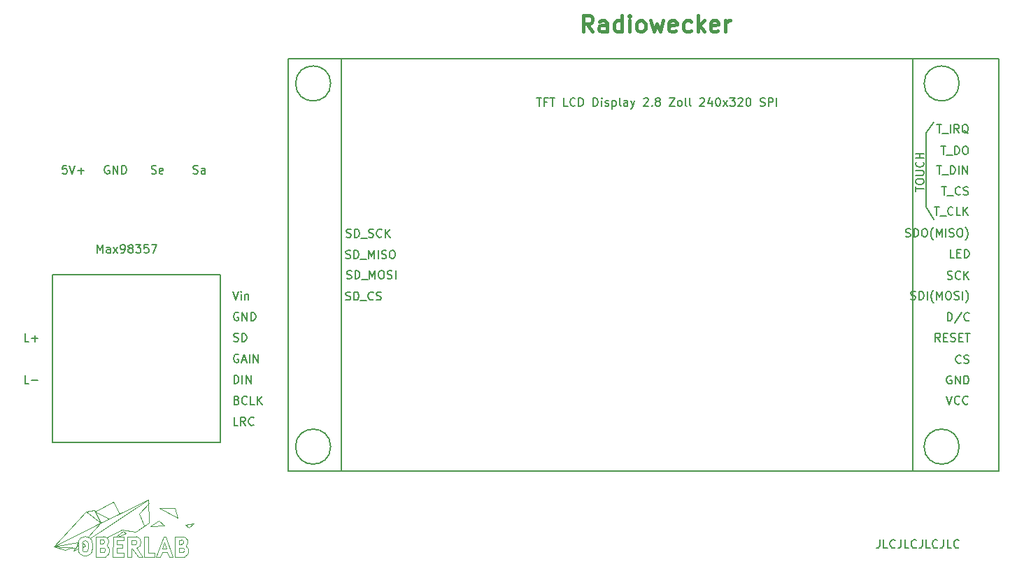
<source format=gbr>
%TF.GenerationSoftware,KiCad,Pcbnew,7.0.8*%
%TF.CreationDate,2024-07-13T09:20:10+02:00*%
%TF.ProjectId,ESP32_TFT2-8,45535033-325f-4544-9654-322d382e6b69,rev?*%
%TF.SameCoordinates,Original*%
%TF.FileFunction,Legend,Top*%
%TF.FilePolarity,Positive*%
%FSLAX46Y46*%
G04 Gerber Fmt 4.6, Leading zero omitted, Abs format (unit mm)*
G04 Created by KiCad (PCBNEW 7.0.8) date 2024-07-13 09:20:10*
%MOMM*%
%LPD*%
G01*
G04 APERTURE LIST*
%ADD10C,0.150000*%
%ADD11C,0.400000*%
%ADD12C,0.050000*%
%ADD13C,0.120000*%
G04 APERTURE END LIST*
D10*
X86360000Y-109220000D02*
X106680000Y-109220000D01*
X106680000Y-129540000D01*
X86360000Y-129540000D01*
X86360000Y-109220000D01*
X144973922Y-87769819D02*
X145545350Y-87769819D01*
X145259636Y-88769819D02*
X145259636Y-87769819D01*
X146212017Y-88246009D02*
X145878684Y-88246009D01*
X145878684Y-88769819D02*
X145878684Y-87769819D01*
X145878684Y-87769819D02*
X146354874Y-87769819D01*
X146592970Y-87769819D02*
X147164398Y-87769819D01*
X146878684Y-88769819D02*
X146878684Y-87769819D01*
X148735827Y-88769819D02*
X148259637Y-88769819D01*
X148259637Y-88769819D02*
X148259637Y-87769819D01*
X149640589Y-88674580D02*
X149592970Y-88722200D01*
X149592970Y-88722200D02*
X149450113Y-88769819D01*
X149450113Y-88769819D02*
X149354875Y-88769819D01*
X149354875Y-88769819D02*
X149212018Y-88722200D01*
X149212018Y-88722200D02*
X149116780Y-88626961D01*
X149116780Y-88626961D02*
X149069161Y-88531723D01*
X149069161Y-88531723D02*
X149021542Y-88341247D01*
X149021542Y-88341247D02*
X149021542Y-88198390D01*
X149021542Y-88198390D02*
X149069161Y-88007914D01*
X149069161Y-88007914D02*
X149116780Y-87912676D01*
X149116780Y-87912676D02*
X149212018Y-87817438D01*
X149212018Y-87817438D02*
X149354875Y-87769819D01*
X149354875Y-87769819D02*
X149450113Y-87769819D01*
X149450113Y-87769819D02*
X149592970Y-87817438D01*
X149592970Y-87817438D02*
X149640589Y-87865057D01*
X150069161Y-88769819D02*
X150069161Y-87769819D01*
X150069161Y-87769819D02*
X150307256Y-87769819D01*
X150307256Y-87769819D02*
X150450113Y-87817438D01*
X150450113Y-87817438D02*
X150545351Y-87912676D01*
X150545351Y-87912676D02*
X150592970Y-88007914D01*
X150592970Y-88007914D02*
X150640589Y-88198390D01*
X150640589Y-88198390D02*
X150640589Y-88341247D01*
X150640589Y-88341247D02*
X150592970Y-88531723D01*
X150592970Y-88531723D02*
X150545351Y-88626961D01*
X150545351Y-88626961D02*
X150450113Y-88722200D01*
X150450113Y-88722200D02*
X150307256Y-88769819D01*
X150307256Y-88769819D02*
X150069161Y-88769819D01*
X151831066Y-88769819D02*
X151831066Y-87769819D01*
X151831066Y-87769819D02*
X152069161Y-87769819D01*
X152069161Y-87769819D02*
X152212018Y-87817438D01*
X152212018Y-87817438D02*
X152307256Y-87912676D01*
X152307256Y-87912676D02*
X152354875Y-88007914D01*
X152354875Y-88007914D02*
X152402494Y-88198390D01*
X152402494Y-88198390D02*
X152402494Y-88341247D01*
X152402494Y-88341247D02*
X152354875Y-88531723D01*
X152354875Y-88531723D02*
X152307256Y-88626961D01*
X152307256Y-88626961D02*
X152212018Y-88722200D01*
X152212018Y-88722200D02*
X152069161Y-88769819D01*
X152069161Y-88769819D02*
X151831066Y-88769819D01*
X152831066Y-88769819D02*
X152831066Y-88103152D01*
X152831066Y-87769819D02*
X152783447Y-87817438D01*
X152783447Y-87817438D02*
X152831066Y-87865057D01*
X152831066Y-87865057D02*
X152878685Y-87817438D01*
X152878685Y-87817438D02*
X152831066Y-87769819D01*
X152831066Y-87769819D02*
X152831066Y-87865057D01*
X153259637Y-88722200D02*
X153354875Y-88769819D01*
X153354875Y-88769819D02*
X153545351Y-88769819D01*
X153545351Y-88769819D02*
X153640589Y-88722200D01*
X153640589Y-88722200D02*
X153688208Y-88626961D01*
X153688208Y-88626961D02*
X153688208Y-88579342D01*
X153688208Y-88579342D02*
X153640589Y-88484104D01*
X153640589Y-88484104D02*
X153545351Y-88436485D01*
X153545351Y-88436485D02*
X153402494Y-88436485D01*
X153402494Y-88436485D02*
X153307256Y-88388866D01*
X153307256Y-88388866D02*
X153259637Y-88293628D01*
X153259637Y-88293628D02*
X153259637Y-88246009D01*
X153259637Y-88246009D02*
X153307256Y-88150771D01*
X153307256Y-88150771D02*
X153402494Y-88103152D01*
X153402494Y-88103152D02*
X153545351Y-88103152D01*
X153545351Y-88103152D02*
X153640589Y-88150771D01*
X154116780Y-88103152D02*
X154116780Y-89103152D01*
X154116780Y-88150771D02*
X154212018Y-88103152D01*
X154212018Y-88103152D02*
X154402494Y-88103152D01*
X154402494Y-88103152D02*
X154497732Y-88150771D01*
X154497732Y-88150771D02*
X154545351Y-88198390D01*
X154545351Y-88198390D02*
X154592970Y-88293628D01*
X154592970Y-88293628D02*
X154592970Y-88579342D01*
X154592970Y-88579342D02*
X154545351Y-88674580D01*
X154545351Y-88674580D02*
X154497732Y-88722200D01*
X154497732Y-88722200D02*
X154402494Y-88769819D01*
X154402494Y-88769819D02*
X154212018Y-88769819D01*
X154212018Y-88769819D02*
X154116780Y-88722200D01*
X155164399Y-88769819D02*
X155069161Y-88722200D01*
X155069161Y-88722200D02*
X155021542Y-88626961D01*
X155021542Y-88626961D02*
X155021542Y-87769819D01*
X155973923Y-88769819D02*
X155973923Y-88246009D01*
X155973923Y-88246009D02*
X155926304Y-88150771D01*
X155926304Y-88150771D02*
X155831066Y-88103152D01*
X155831066Y-88103152D02*
X155640590Y-88103152D01*
X155640590Y-88103152D02*
X155545352Y-88150771D01*
X155973923Y-88722200D02*
X155878685Y-88769819D01*
X155878685Y-88769819D02*
X155640590Y-88769819D01*
X155640590Y-88769819D02*
X155545352Y-88722200D01*
X155545352Y-88722200D02*
X155497733Y-88626961D01*
X155497733Y-88626961D02*
X155497733Y-88531723D01*
X155497733Y-88531723D02*
X155545352Y-88436485D01*
X155545352Y-88436485D02*
X155640590Y-88388866D01*
X155640590Y-88388866D02*
X155878685Y-88388866D01*
X155878685Y-88388866D02*
X155973923Y-88341247D01*
X156354876Y-88103152D02*
X156592971Y-88769819D01*
X156831066Y-88103152D02*
X156592971Y-88769819D01*
X156592971Y-88769819D02*
X156497733Y-89007914D01*
X156497733Y-89007914D02*
X156450114Y-89055533D01*
X156450114Y-89055533D02*
X156354876Y-89103152D01*
X157926305Y-87865057D02*
X157973924Y-87817438D01*
X157973924Y-87817438D02*
X158069162Y-87769819D01*
X158069162Y-87769819D02*
X158307257Y-87769819D01*
X158307257Y-87769819D02*
X158402495Y-87817438D01*
X158402495Y-87817438D02*
X158450114Y-87865057D01*
X158450114Y-87865057D02*
X158497733Y-87960295D01*
X158497733Y-87960295D02*
X158497733Y-88055533D01*
X158497733Y-88055533D02*
X158450114Y-88198390D01*
X158450114Y-88198390D02*
X157878686Y-88769819D01*
X157878686Y-88769819D02*
X158497733Y-88769819D01*
X158926305Y-88674580D02*
X158973924Y-88722200D01*
X158973924Y-88722200D02*
X158926305Y-88769819D01*
X158926305Y-88769819D02*
X158878686Y-88722200D01*
X158878686Y-88722200D02*
X158926305Y-88674580D01*
X158926305Y-88674580D02*
X158926305Y-88769819D01*
X159545352Y-88198390D02*
X159450114Y-88150771D01*
X159450114Y-88150771D02*
X159402495Y-88103152D01*
X159402495Y-88103152D02*
X159354876Y-88007914D01*
X159354876Y-88007914D02*
X159354876Y-87960295D01*
X159354876Y-87960295D02*
X159402495Y-87865057D01*
X159402495Y-87865057D02*
X159450114Y-87817438D01*
X159450114Y-87817438D02*
X159545352Y-87769819D01*
X159545352Y-87769819D02*
X159735828Y-87769819D01*
X159735828Y-87769819D02*
X159831066Y-87817438D01*
X159831066Y-87817438D02*
X159878685Y-87865057D01*
X159878685Y-87865057D02*
X159926304Y-87960295D01*
X159926304Y-87960295D02*
X159926304Y-88007914D01*
X159926304Y-88007914D02*
X159878685Y-88103152D01*
X159878685Y-88103152D02*
X159831066Y-88150771D01*
X159831066Y-88150771D02*
X159735828Y-88198390D01*
X159735828Y-88198390D02*
X159545352Y-88198390D01*
X159545352Y-88198390D02*
X159450114Y-88246009D01*
X159450114Y-88246009D02*
X159402495Y-88293628D01*
X159402495Y-88293628D02*
X159354876Y-88388866D01*
X159354876Y-88388866D02*
X159354876Y-88579342D01*
X159354876Y-88579342D02*
X159402495Y-88674580D01*
X159402495Y-88674580D02*
X159450114Y-88722200D01*
X159450114Y-88722200D02*
X159545352Y-88769819D01*
X159545352Y-88769819D02*
X159735828Y-88769819D01*
X159735828Y-88769819D02*
X159831066Y-88722200D01*
X159831066Y-88722200D02*
X159878685Y-88674580D01*
X159878685Y-88674580D02*
X159926304Y-88579342D01*
X159926304Y-88579342D02*
X159926304Y-88388866D01*
X159926304Y-88388866D02*
X159878685Y-88293628D01*
X159878685Y-88293628D02*
X159831066Y-88246009D01*
X159831066Y-88246009D02*
X159735828Y-88198390D01*
X161021543Y-87769819D02*
X161688209Y-87769819D01*
X161688209Y-87769819D02*
X161021543Y-88769819D01*
X161021543Y-88769819D02*
X161688209Y-88769819D01*
X162212019Y-88769819D02*
X162116781Y-88722200D01*
X162116781Y-88722200D02*
X162069162Y-88674580D01*
X162069162Y-88674580D02*
X162021543Y-88579342D01*
X162021543Y-88579342D02*
X162021543Y-88293628D01*
X162021543Y-88293628D02*
X162069162Y-88198390D01*
X162069162Y-88198390D02*
X162116781Y-88150771D01*
X162116781Y-88150771D02*
X162212019Y-88103152D01*
X162212019Y-88103152D02*
X162354876Y-88103152D01*
X162354876Y-88103152D02*
X162450114Y-88150771D01*
X162450114Y-88150771D02*
X162497733Y-88198390D01*
X162497733Y-88198390D02*
X162545352Y-88293628D01*
X162545352Y-88293628D02*
X162545352Y-88579342D01*
X162545352Y-88579342D02*
X162497733Y-88674580D01*
X162497733Y-88674580D02*
X162450114Y-88722200D01*
X162450114Y-88722200D02*
X162354876Y-88769819D01*
X162354876Y-88769819D02*
X162212019Y-88769819D01*
X163116781Y-88769819D02*
X163021543Y-88722200D01*
X163021543Y-88722200D02*
X162973924Y-88626961D01*
X162973924Y-88626961D02*
X162973924Y-87769819D01*
X163640591Y-88769819D02*
X163545353Y-88722200D01*
X163545353Y-88722200D02*
X163497734Y-88626961D01*
X163497734Y-88626961D02*
X163497734Y-87769819D01*
X164735830Y-87865057D02*
X164783449Y-87817438D01*
X164783449Y-87817438D02*
X164878687Y-87769819D01*
X164878687Y-87769819D02*
X165116782Y-87769819D01*
X165116782Y-87769819D02*
X165212020Y-87817438D01*
X165212020Y-87817438D02*
X165259639Y-87865057D01*
X165259639Y-87865057D02*
X165307258Y-87960295D01*
X165307258Y-87960295D02*
X165307258Y-88055533D01*
X165307258Y-88055533D02*
X165259639Y-88198390D01*
X165259639Y-88198390D02*
X164688211Y-88769819D01*
X164688211Y-88769819D02*
X165307258Y-88769819D01*
X166164401Y-88103152D02*
X166164401Y-88769819D01*
X165926306Y-87722200D02*
X165688211Y-88436485D01*
X165688211Y-88436485D02*
X166307258Y-88436485D01*
X166878687Y-87769819D02*
X166973925Y-87769819D01*
X166973925Y-87769819D02*
X167069163Y-87817438D01*
X167069163Y-87817438D02*
X167116782Y-87865057D01*
X167116782Y-87865057D02*
X167164401Y-87960295D01*
X167164401Y-87960295D02*
X167212020Y-88150771D01*
X167212020Y-88150771D02*
X167212020Y-88388866D01*
X167212020Y-88388866D02*
X167164401Y-88579342D01*
X167164401Y-88579342D02*
X167116782Y-88674580D01*
X167116782Y-88674580D02*
X167069163Y-88722200D01*
X167069163Y-88722200D02*
X166973925Y-88769819D01*
X166973925Y-88769819D02*
X166878687Y-88769819D01*
X166878687Y-88769819D02*
X166783449Y-88722200D01*
X166783449Y-88722200D02*
X166735830Y-88674580D01*
X166735830Y-88674580D02*
X166688211Y-88579342D01*
X166688211Y-88579342D02*
X166640592Y-88388866D01*
X166640592Y-88388866D02*
X166640592Y-88150771D01*
X166640592Y-88150771D02*
X166688211Y-87960295D01*
X166688211Y-87960295D02*
X166735830Y-87865057D01*
X166735830Y-87865057D02*
X166783449Y-87817438D01*
X166783449Y-87817438D02*
X166878687Y-87769819D01*
X167545354Y-88769819D02*
X168069163Y-88103152D01*
X167545354Y-88103152D02*
X168069163Y-88769819D01*
X168354878Y-87769819D02*
X168973925Y-87769819D01*
X168973925Y-87769819D02*
X168640592Y-88150771D01*
X168640592Y-88150771D02*
X168783449Y-88150771D01*
X168783449Y-88150771D02*
X168878687Y-88198390D01*
X168878687Y-88198390D02*
X168926306Y-88246009D01*
X168926306Y-88246009D02*
X168973925Y-88341247D01*
X168973925Y-88341247D02*
X168973925Y-88579342D01*
X168973925Y-88579342D02*
X168926306Y-88674580D01*
X168926306Y-88674580D02*
X168878687Y-88722200D01*
X168878687Y-88722200D02*
X168783449Y-88769819D01*
X168783449Y-88769819D02*
X168497735Y-88769819D01*
X168497735Y-88769819D02*
X168402497Y-88722200D01*
X168402497Y-88722200D02*
X168354878Y-88674580D01*
X169354878Y-87865057D02*
X169402497Y-87817438D01*
X169402497Y-87817438D02*
X169497735Y-87769819D01*
X169497735Y-87769819D02*
X169735830Y-87769819D01*
X169735830Y-87769819D02*
X169831068Y-87817438D01*
X169831068Y-87817438D02*
X169878687Y-87865057D01*
X169878687Y-87865057D02*
X169926306Y-87960295D01*
X169926306Y-87960295D02*
X169926306Y-88055533D01*
X169926306Y-88055533D02*
X169878687Y-88198390D01*
X169878687Y-88198390D02*
X169307259Y-88769819D01*
X169307259Y-88769819D02*
X169926306Y-88769819D01*
X170545354Y-87769819D02*
X170640592Y-87769819D01*
X170640592Y-87769819D02*
X170735830Y-87817438D01*
X170735830Y-87817438D02*
X170783449Y-87865057D01*
X170783449Y-87865057D02*
X170831068Y-87960295D01*
X170831068Y-87960295D02*
X170878687Y-88150771D01*
X170878687Y-88150771D02*
X170878687Y-88388866D01*
X170878687Y-88388866D02*
X170831068Y-88579342D01*
X170831068Y-88579342D02*
X170783449Y-88674580D01*
X170783449Y-88674580D02*
X170735830Y-88722200D01*
X170735830Y-88722200D02*
X170640592Y-88769819D01*
X170640592Y-88769819D02*
X170545354Y-88769819D01*
X170545354Y-88769819D02*
X170450116Y-88722200D01*
X170450116Y-88722200D02*
X170402497Y-88674580D01*
X170402497Y-88674580D02*
X170354878Y-88579342D01*
X170354878Y-88579342D02*
X170307259Y-88388866D01*
X170307259Y-88388866D02*
X170307259Y-88150771D01*
X170307259Y-88150771D02*
X170354878Y-87960295D01*
X170354878Y-87960295D02*
X170402497Y-87865057D01*
X170402497Y-87865057D02*
X170450116Y-87817438D01*
X170450116Y-87817438D02*
X170545354Y-87769819D01*
X172021545Y-88722200D02*
X172164402Y-88769819D01*
X172164402Y-88769819D02*
X172402497Y-88769819D01*
X172402497Y-88769819D02*
X172497735Y-88722200D01*
X172497735Y-88722200D02*
X172545354Y-88674580D01*
X172545354Y-88674580D02*
X172592973Y-88579342D01*
X172592973Y-88579342D02*
X172592973Y-88484104D01*
X172592973Y-88484104D02*
X172545354Y-88388866D01*
X172545354Y-88388866D02*
X172497735Y-88341247D01*
X172497735Y-88341247D02*
X172402497Y-88293628D01*
X172402497Y-88293628D02*
X172212021Y-88246009D01*
X172212021Y-88246009D02*
X172116783Y-88198390D01*
X172116783Y-88198390D02*
X172069164Y-88150771D01*
X172069164Y-88150771D02*
X172021545Y-88055533D01*
X172021545Y-88055533D02*
X172021545Y-87960295D01*
X172021545Y-87960295D02*
X172069164Y-87865057D01*
X172069164Y-87865057D02*
X172116783Y-87817438D01*
X172116783Y-87817438D02*
X172212021Y-87769819D01*
X172212021Y-87769819D02*
X172450116Y-87769819D01*
X172450116Y-87769819D02*
X172592973Y-87817438D01*
X173021545Y-88769819D02*
X173021545Y-87769819D01*
X173021545Y-87769819D02*
X173402497Y-87769819D01*
X173402497Y-87769819D02*
X173497735Y-87817438D01*
X173497735Y-87817438D02*
X173545354Y-87865057D01*
X173545354Y-87865057D02*
X173592973Y-87960295D01*
X173592973Y-87960295D02*
X173592973Y-88103152D01*
X173592973Y-88103152D02*
X173545354Y-88198390D01*
X173545354Y-88198390D02*
X173497735Y-88246009D01*
X173497735Y-88246009D02*
X173402497Y-88293628D01*
X173402497Y-88293628D02*
X173021545Y-88293628D01*
X174021545Y-88769819D02*
X174021545Y-87769819D01*
X186502493Y-141309819D02*
X186502493Y-142024104D01*
X186502493Y-142024104D02*
X186454874Y-142166961D01*
X186454874Y-142166961D02*
X186359636Y-142262200D01*
X186359636Y-142262200D02*
X186216779Y-142309819D01*
X186216779Y-142309819D02*
X186121541Y-142309819D01*
X187454874Y-142309819D02*
X186978684Y-142309819D01*
X186978684Y-142309819D02*
X186978684Y-141309819D01*
X188359636Y-142214580D02*
X188312017Y-142262200D01*
X188312017Y-142262200D02*
X188169160Y-142309819D01*
X188169160Y-142309819D02*
X188073922Y-142309819D01*
X188073922Y-142309819D02*
X187931065Y-142262200D01*
X187931065Y-142262200D02*
X187835827Y-142166961D01*
X187835827Y-142166961D02*
X187788208Y-142071723D01*
X187788208Y-142071723D02*
X187740589Y-141881247D01*
X187740589Y-141881247D02*
X187740589Y-141738390D01*
X187740589Y-141738390D02*
X187788208Y-141547914D01*
X187788208Y-141547914D02*
X187835827Y-141452676D01*
X187835827Y-141452676D02*
X187931065Y-141357438D01*
X187931065Y-141357438D02*
X188073922Y-141309819D01*
X188073922Y-141309819D02*
X188169160Y-141309819D01*
X188169160Y-141309819D02*
X188312017Y-141357438D01*
X188312017Y-141357438D02*
X188359636Y-141405057D01*
X189073922Y-141309819D02*
X189073922Y-142024104D01*
X189073922Y-142024104D02*
X189026303Y-142166961D01*
X189026303Y-142166961D02*
X188931065Y-142262200D01*
X188931065Y-142262200D02*
X188788208Y-142309819D01*
X188788208Y-142309819D02*
X188692970Y-142309819D01*
X190026303Y-142309819D02*
X189550113Y-142309819D01*
X189550113Y-142309819D02*
X189550113Y-141309819D01*
X190931065Y-142214580D02*
X190883446Y-142262200D01*
X190883446Y-142262200D02*
X190740589Y-142309819D01*
X190740589Y-142309819D02*
X190645351Y-142309819D01*
X190645351Y-142309819D02*
X190502494Y-142262200D01*
X190502494Y-142262200D02*
X190407256Y-142166961D01*
X190407256Y-142166961D02*
X190359637Y-142071723D01*
X190359637Y-142071723D02*
X190312018Y-141881247D01*
X190312018Y-141881247D02*
X190312018Y-141738390D01*
X190312018Y-141738390D02*
X190359637Y-141547914D01*
X190359637Y-141547914D02*
X190407256Y-141452676D01*
X190407256Y-141452676D02*
X190502494Y-141357438D01*
X190502494Y-141357438D02*
X190645351Y-141309819D01*
X190645351Y-141309819D02*
X190740589Y-141309819D01*
X190740589Y-141309819D02*
X190883446Y-141357438D01*
X190883446Y-141357438D02*
X190931065Y-141405057D01*
X191645351Y-141309819D02*
X191645351Y-142024104D01*
X191645351Y-142024104D02*
X191597732Y-142166961D01*
X191597732Y-142166961D02*
X191502494Y-142262200D01*
X191502494Y-142262200D02*
X191359637Y-142309819D01*
X191359637Y-142309819D02*
X191264399Y-142309819D01*
X192597732Y-142309819D02*
X192121542Y-142309819D01*
X192121542Y-142309819D02*
X192121542Y-141309819D01*
X193502494Y-142214580D02*
X193454875Y-142262200D01*
X193454875Y-142262200D02*
X193312018Y-142309819D01*
X193312018Y-142309819D02*
X193216780Y-142309819D01*
X193216780Y-142309819D02*
X193073923Y-142262200D01*
X193073923Y-142262200D02*
X192978685Y-142166961D01*
X192978685Y-142166961D02*
X192931066Y-142071723D01*
X192931066Y-142071723D02*
X192883447Y-141881247D01*
X192883447Y-141881247D02*
X192883447Y-141738390D01*
X192883447Y-141738390D02*
X192931066Y-141547914D01*
X192931066Y-141547914D02*
X192978685Y-141452676D01*
X192978685Y-141452676D02*
X193073923Y-141357438D01*
X193073923Y-141357438D02*
X193216780Y-141309819D01*
X193216780Y-141309819D02*
X193312018Y-141309819D01*
X193312018Y-141309819D02*
X193454875Y-141357438D01*
X193454875Y-141357438D02*
X193502494Y-141405057D01*
X194216780Y-141309819D02*
X194216780Y-142024104D01*
X194216780Y-142024104D02*
X194169161Y-142166961D01*
X194169161Y-142166961D02*
X194073923Y-142262200D01*
X194073923Y-142262200D02*
X193931066Y-142309819D01*
X193931066Y-142309819D02*
X193835828Y-142309819D01*
X195169161Y-142309819D02*
X194692971Y-142309819D01*
X194692971Y-142309819D02*
X194692971Y-141309819D01*
X196073923Y-142214580D02*
X196026304Y-142262200D01*
X196026304Y-142262200D02*
X195883447Y-142309819D01*
X195883447Y-142309819D02*
X195788209Y-142309819D01*
X195788209Y-142309819D02*
X195645352Y-142262200D01*
X195645352Y-142262200D02*
X195550114Y-142166961D01*
X195550114Y-142166961D02*
X195502495Y-142071723D01*
X195502495Y-142071723D02*
X195454876Y-141881247D01*
X195454876Y-141881247D02*
X195454876Y-141738390D01*
X195454876Y-141738390D02*
X195502495Y-141547914D01*
X195502495Y-141547914D02*
X195550114Y-141452676D01*
X195550114Y-141452676D02*
X195645352Y-141357438D01*
X195645352Y-141357438D02*
X195788209Y-141309819D01*
X195788209Y-141309819D02*
X195883447Y-141309819D01*
X195883447Y-141309819D02*
X196026304Y-141357438D01*
X196026304Y-141357438D02*
X196073923Y-141405057D01*
D11*
X151742204Y-79744438D02*
X151075537Y-78792057D01*
X150599347Y-79744438D02*
X150599347Y-77744438D01*
X150599347Y-77744438D02*
X151361252Y-77744438D01*
X151361252Y-77744438D02*
X151551728Y-77839676D01*
X151551728Y-77839676D02*
X151646966Y-77934914D01*
X151646966Y-77934914D02*
X151742204Y-78125390D01*
X151742204Y-78125390D02*
X151742204Y-78411104D01*
X151742204Y-78411104D02*
X151646966Y-78601580D01*
X151646966Y-78601580D02*
X151551728Y-78696819D01*
X151551728Y-78696819D02*
X151361252Y-78792057D01*
X151361252Y-78792057D02*
X150599347Y-78792057D01*
X153456490Y-79744438D02*
X153456490Y-78696819D01*
X153456490Y-78696819D02*
X153361252Y-78506342D01*
X153361252Y-78506342D02*
X153170776Y-78411104D01*
X153170776Y-78411104D02*
X152789823Y-78411104D01*
X152789823Y-78411104D02*
X152599347Y-78506342D01*
X153456490Y-79649200D02*
X153266014Y-79744438D01*
X153266014Y-79744438D02*
X152789823Y-79744438D01*
X152789823Y-79744438D02*
X152599347Y-79649200D01*
X152599347Y-79649200D02*
X152504109Y-79458723D01*
X152504109Y-79458723D02*
X152504109Y-79268247D01*
X152504109Y-79268247D02*
X152599347Y-79077771D01*
X152599347Y-79077771D02*
X152789823Y-78982533D01*
X152789823Y-78982533D02*
X153266014Y-78982533D01*
X153266014Y-78982533D02*
X153456490Y-78887295D01*
X155266014Y-79744438D02*
X155266014Y-77744438D01*
X155266014Y-79649200D02*
X155075538Y-79744438D01*
X155075538Y-79744438D02*
X154694585Y-79744438D01*
X154694585Y-79744438D02*
X154504109Y-79649200D01*
X154504109Y-79649200D02*
X154408871Y-79553961D01*
X154408871Y-79553961D02*
X154313633Y-79363485D01*
X154313633Y-79363485D02*
X154313633Y-78792057D01*
X154313633Y-78792057D02*
X154408871Y-78601580D01*
X154408871Y-78601580D02*
X154504109Y-78506342D01*
X154504109Y-78506342D02*
X154694585Y-78411104D01*
X154694585Y-78411104D02*
X155075538Y-78411104D01*
X155075538Y-78411104D02*
X155266014Y-78506342D01*
X156218395Y-79744438D02*
X156218395Y-78411104D01*
X156218395Y-77744438D02*
X156123157Y-77839676D01*
X156123157Y-77839676D02*
X156218395Y-77934914D01*
X156218395Y-77934914D02*
X156313633Y-77839676D01*
X156313633Y-77839676D02*
X156218395Y-77744438D01*
X156218395Y-77744438D02*
X156218395Y-77934914D01*
X157456490Y-79744438D02*
X157266014Y-79649200D01*
X157266014Y-79649200D02*
X157170776Y-79553961D01*
X157170776Y-79553961D02*
X157075538Y-79363485D01*
X157075538Y-79363485D02*
X157075538Y-78792057D01*
X157075538Y-78792057D02*
X157170776Y-78601580D01*
X157170776Y-78601580D02*
X157266014Y-78506342D01*
X157266014Y-78506342D02*
X157456490Y-78411104D01*
X157456490Y-78411104D02*
X157742205Y-78411104D01*
X157742205Y-78411104D02*
X157932681Y-78506342D01*
X157932681Y-78506342D02*
X158027919Y-78601580D01*
X158027919Y-78601580D02*
X158123157Y-78792057D01*
X158123157Y-78792057D02*
X158123157Y-79363485D01*
X158123157Y-79363485D02*
X158027919Y-79553961D01*
X158027919Y-79553961D02*
X157932681Y-79649200D01*
X157932681Y-79649200D02*
X157742205Y-79744438D01*
X157742205Y-79744438D02*
X157456490Y-79744438D01*
X158789824Y-78411104D02*
X159170776Y-79744438D01*
X159170776Y-79744438D02*
X159551729Y-78792057D01*
X159551729Y-78792057D02*
X159932681Y-79744438D01*
X159932681Y-79744438D02*
X160313633Y-78411104D01*
X161837443Y-79649200D02*
X161646967Y-79744438D01*
X161646967Y-79744438D02*
X161266014Y-79744438D01*
X161266014Y-79744438D02*
X161075538Y-79649200D01*
X161075538Y-79649200D02*
X160980300Y-79458723D01*
X160980300Y-79458723D02*
X160980300Y-78696819D01*
X160980300Y-78696819D02*
X161075538Y-78506342D01*
X161075538Y-78506342D02*
X161266014Y-78411104D01*
X161266014Y-78411104D02*
X161646967Y-78411104D01*
X161646967Y-78411104D02*
X161837443Y-78506342D01*
X161837443Y-78506342D02*
X161932681Y-78696819D01*
X161932681Y-78696819D02*
X161932681Y-78887295D01*
X161932681Y-78887295D02*
X160980300Y-79077771D01*
X163646967Y-79649200D02*
X163456491Y-79744438D01*
X163456491Y-79744438D02*
X163075538Y-79744438D01*
X163075538Y-79744438D02*
X162885062Y-79649200D01*
X162885062Y-79649200D02*
X162789824Y-79553961D01*
X162789824Y-79553961D02*
X162694586Y-79363485D01*
X162694586Y-79363485D02*
X162694586Y-78792057D01*
X162694586Y-78792057D02*
X162789824Y-78601580D01*
X162789824Y-78601580D02*
X162885062Y-78506342D01*
X162885062Y-78506342D02*
X163075538Y-78411104D01*
X163075538Y-78411104D02*
X163456491Y-78411104D01*
X163456491Y-78411104D02*
X163646967Y-78506342D01*
X164504110Y-79744438D02*
X164504110Y-77744438D01*
X164694586Y-78982533D02*
X165266015Y-79744438D01*
X165266015Y-78411104D02*
X164504110Y-79173009D01*
X166885063Y-79649200D02*
X166694587Y-79744438D01*
X166694587Y-79744438D02*
X166313634Y-79744438D01*
X166313634Y-79744438D02*
X166123158Y-79649200D01*
X166123158Y-79649200D02*
X166027920Y-79458723D01*
X166027920Y-79458723D02*
X166027920Y-78696819D01*
X166027920Y-78696819D02*
X166123158Y-78506342D01*
X166123158Y-78506342D02*
X166313634Y-78411104D01*
X166313634Y-78411104D02*
X166694587Y-78411104D01*
X166694587Y-78411104D02*
X166885063Y-78506342D01*
X166885063Y-78506342D02*
X166980301Y-78696819D01*
X166980301Y-78696819D02*
X166980301Y-78887295D01*
X166980301Y-78887295D02*
X166027920Y-79077771D01*
X167837444Y-79744438D02*
X167837444Y-78411104D01*
X167837444Y-78792057D02*
X167932682Y-78601580D01*
X167932682Y-78601580D02*
X168027920Y-78506342D01*
X168027920Y-78506342D02*
X168218396Y-78411104D01*
X168218396Y-78411104D02*
X168408873Y-78411104D01*
D10*
X91776779Y-106549819D02*
X91776779Y-105549819D01*
X91776779Y-105549819D02*
X92110112Y-106264104D01*
X92110112Y-106264104D02*
X92443445Y-105549819D01*
X92443445Y-105549819D02*
X92443445Y-106549819D01*
X93348207Y-106549819D02*
X93348207Y-106026009D01*
X93348207Y-106026009D02*
X93300588Y-105930771D01*
X93300588Y-105930771D02*
X93205350Y-105883152D01*
X93205350Y-105883152D02*
X93014874Y-105883152D01*
X93014874Y-105883152D02*
X92919636Y-105930771D01*
X93348207Y-106502200D02*
X93252969Y-106549819D01*
X93252969Y-106549819D02*
X93014874Y-106549819D01*
X93014874Y-106549819D02*
X92919636Y-106502200D01*
X92919636Y-106502200D02*
X92872017Y-106406961D01*
X92872017Y-106406961D02*
X92872017Y-106311723D01*
X92872017Y-106311723D02*
X92919636Y-106216485D01*
X92919636Y-106216485D02*
X93014874Y-106168866D01*
X93014874Y-106168866D02*
X93252969Y-106168866D01*
X93252969Y-106168866D02*
X93348207Y-106121247D01*
X93729160Y-106549819D02*
X94252969Y-105883152D01*
X93729160Y-105883152D02*
X94252969Y-106549819D01*
X94681541Y-106549819D02*
X94872017Y-106549819D01*
X94872017Y-106549819D02*
X94967255Y-106502200D01*
X94967255Y-106502200D02*
X95014874Y-106454580D01*
X95014874Y-106454580D02*
X95110112Y-106311723D01*
X95110112Y-106311723D02*
X95157731Y-106121247D01*
X95157731Y-106121247D02*
X95157731Y-105740295D01*
X95157731Y-105740295D02*
X95110112Y-105645057D01*
X95110112Y-105645057D02*
X95062493Y-105597438D01*
X95062493Y-105597438D02*
X94967255Y-105549819D01*
X94967255Y-105549819D02*
X94776779Y-105549819D01*
X94776779Y-105549819D02*
X94681541Y-105597438D01*
X94681541Y-105597438D02*
X94633922Y-105645057D01*
X94633922Y-105645057D02*
X94586303Y-105740295D01*
X94586303Y-105740295D02*
X94586303Y-105978390D01*
X94586303Y-105978390D02*
X94633922Y-106073628D01*
X94633922Y-106073628D02*
X94681541Y-106121247D01*
X94681541Y-106121247D02*
X94776779Y-106168866D01*
X94776779Y-106168866D02*
X94967255Y-106168866D01*
X94967255Y-106168866D02*
X95062493Y-106121247D01*
X95062493Y-106121247D02*
X95110112Y-106073628D01*
X95110112Y-106073628D02*
X95157731Y-105978390D01*
X95729160Y-105978390D02*
X95633922Y-105930771D01*
X95633922Y-105930771D02*
X95586303Y-105883152D01*
X95586303Y-105883152D02*
X95538684Y-105787914D01*
X95538684Y-105787914D02*
X95538684Y-105740295D01*
X95538684Y-105740295D02*
X95586303Y-105645057D01*
X95586303Y-105645057D02*
X95633922Y-105597438D01*
X95633922Y-105597438D02*
X95729160Y-105549819D01*
X95729160Y-105549819D02*
X95919636Y-105549819D01*
X95919636Y-105549819D02*
X96014874Y-105597438D01*
X96014874Y-105597438D02*
X96062493Y-105645057D01*
X96062493Y-105645057D02*
X96110112Y-105740295D01*
X96110112Y-105740295D02*
X96110112Y-105787914D01*
X96110112Y-105787914D02*
X96062493Y-105883152D01*
X96062493Y-105883152D02*
X96014874Y-105930771D01*
X96014874Y-105930771D02*
X95919636Y-105978390D01*
X95919636Y-105978390D02*
X95729160Y-105978390D01*
X95729160Y-105978390D02*
X95633922Y-106026009D01*
X95633922Y-106026009D02*
X95586303Y-106073628D01*
X95586303Y-106073628D02*
X95538684Y-106168866D01*
X95538684Y-106168866D02*
X95538684Y-106359342D01*
X95538684Y-106359342D02*
X95586303Y-106454580D01*
X95586303Y-106454580D02*
X95633922Y-106502200D01*
X95633922Y-106502200D02*
X95729160Y-106549819D01*
X95729160Y-106549819D02*
X95919636Y-106549819D01*
X95919636Y-106549819D02*
X96014874Y-106502200D01*
X96014874Y-106502200D02*
X96062493Y-106454580D01*
X96062493Y-106454580D02*
X96110112Y-106359342D01*
X96110112Y-106359342D02*
X96110112Y-106168866D01*
X96110112Y-106168866D02*
X96062493Y-106073628D01*
X96062493Y-106073628D02*
X96014874Y-106026009D01*
X96014874Y-106026009D02*
X95919636Y-105978390D01*
X96443446Y-105549819D02*
X97062493Y-105549819D01*
X97062493Y-105549819D02*
X96729160Y-105930771D01*
X96729160Y-105930771D02*
X96872017Y-105930771D01*
X96872017Y-105930771D02*
X96967255Y-105978390D01*
X96967255Y-105978390D02*
X97014874Y-106026009D01*
X97014874Y-106026009D02*
X97062493Y-106121247D01*
X97062493Y-106121247D02*
X97062493Y-106359342D01*
X97062493Y-106359342D02*
X97014874Y-106454580D01*
X97014874Y-106454580D02*
X96967255Y-106502200D01*
X96967255Y-106502200D02*
X96872017Y-106549819D01*
X96872017Y-106549819D02*
X96586303Y-106549819D01*
X96586303Y-106549819D02*
X96491065Y-106502200D01*
X96491065Y-106502200D02*
X96443446Y-106454580D01*
X97967255Y-105549819D02*
X97491065Y-105549819D01*
X97491065Y-105549819D02*
X97443446Y-106026009D01*
X97443446Y-106026009D02*
X97491065Y-105978390D01*
X97491065Y-105978390D02*
X97586303Y-105930771D01*
X97586303Y-105930771D02*
X97824398Y-105930771D01*
X97824398Y-105930771D02*
X97919636Y-105978390D01*
X97919636Y-105978390D02*
X97967255Y-106026009D01*
X97967255Y-106026009D02*
X98014874Y-106121247D01*
X98014874Y-106121247D02*
X98014874Y-106359342D01*
X98014874Y-106359342D02*
X97967255Y-106454580D01*
X97967255Y-106454580D02*
X97919636Y-106502200D01*
X97919636Y-106502200D02*
X97824398Y-106549819D01*
X97824398Y-106549819D02*
X97586303Y-106549819D01*
X97586303Y-106549819D02*
X97491065Y-106502200D01*
X97491065Y-106502200D02*
X97443446Y-106454580D01*
X98348208Y-105549819D02*
X99014874Y-105549819D01*
X99014874Y-105549819D02*
X98586303Y-106549819D01*
X98345714Y-96927200D02*
X98488571Y-96974819D01*
X98488571Y-96974819D02*
X98726666Y-96974819D01*
X98726666Y-96974819D02*
X98821904Y-96927200D01*
X98821904Y-96927200D02*
X98869523Y-96879580D01*
X98869523Y-96879580D02*
X98917142Y-96784342D01*
X98917142Y-96784342D02*
X98917142Y-96689104D01*
X98917142Y-96689104D02*
X98869523Y-96593866D01*
X98869523Y-96593866D02*
X98821904Y-96546247D01*
X98821904Y-96546247D02*
X98726666Y-96498628D01*
X98726666Y-96498628D02*
X98536190Y-96451009D01*
X98536190Y-96451009D02*
X98440952Y-96403390D01*
X98440952Y-96403390D02*
X98393333Y-96355771D01*
X98393333Y-96355771D02*
X98345714Y-96260533D01*
X98345714Y-96260533D02*
X98345714Y-96165295D01*
X98345714Y-96165295D02*
X98393333Y-96070057D01*
X98393333Y-96070057D02*
X98440952Y-96022438D01*
X98440952Y-96022438D02*
X98536190Y-95974819D01*
X98536190Y-95974819D02*
X98774285Y-95974819D01*
X98774285Y-95974819D02*
X98917142Y-96022438D01*
X99726666Y-96927200D02*
X99631428Y-96974819D01*
X99631428Y-96974819D02*
X99440952Y-96974819D01*
X99440952Y-96974819D02*
X99345714Y-96927200D01*
X99345714Y-96927200D02*
X99298095Y-96831961D01*
X99298095Y-96831961D02*
X99298095Y-96451009D01*
X99298095Y-96451009D02*
X99345714Y-96355771D01*
X99345714Y-96355771D02*
X99440952Y-96308152D01*
X99440952Y-96308152D02*
X99631428Y-96308152D01*
X99631428Y-96308152D02*
X99726666Y-96355771D01*
X99726666Y-96355771D02*
X99774285Y-96451009D01*
X99774285Y-96451009D02*
X99774285Y-96546247D01*
X99774285Y-96546247D02*
X99298095Y-96641485D01*
X108339048Y-122374819D02*
X108339048Y-121374819D01*
X108339048Y-121374819D02*
X108577143Y-121374819D01*
X108577143Y-121374819D02*
X108720000Y-121422438D01*
X108720000Y-121422438D02*
X108815238Y-121517676D01*
X108815238Y-121517676D02*
X108862857Y-121612914D01*
X108862857Y-121612914D02*
X108910476Y-121803390D01*
X108910476Y-121803390D02*
X108910476Y-121946247D01*
X108910476Y-121946247D02*
X108862857Y-122136723D01*
X108862857Y-122136723D02*
X108815238Y-122231961D01*
X108815238Y-122231961D02*
X108720000Y-122327200D01*
X108720000Y-122327200D02*
X108577143Y-122374819D01*
X108577143Y-122374819D02*
X108339048Y-122374819D01*
X109339048Y-122374819D02*
X109339048Y-121374819D01*
X109815238Y-122374819D02*
X109815238Y-121374819D01*
X109815238Y-121374819D02*
X110386666Y-122374819D01*
X110386666Y-122374819D02*
X110386666Y-121374819D01*
X193807218Y-117301139D02*
X193473885Y-116824948D01*
X193235790Y-117301139D02*
X193235790Y-116301139D01*
X193235790Y-116301139D02*
X193616742Y-116301139D01*
X193616742Y-116301139D02*
X193711980Y-116348758D01*
X193711980Y-116348758D02*
X193759599Y-116396377D01*
X193759599Y-116396377D02*
X193807218Y-116491615D01*
X193807218Y-116491615D02*
X193807218Y-116634472D01*
X193807218Y-116634472D02*
X193759599Y-116729710D01*
X193759599Y-116729710D02*
X193711980Y-116777329D01*
X193711980Y-116777329D02*
X193616742Y-116824948D01*
X193616742Y-116824948D02*
X193235790Y-116824948D01*
X194235790Y-116777329D02*
X194569123Y-116777329D01*
X194711980Y-117301139D02*
X194235790Y-117301139D01*
X194235790Y-117301139D02*
X194235790Y-116301139D01*
X194235790Y-116301139D02*
X194711980Y-116301139D01*
X195092933Y-117253520D02*
X195235790Y-117301139D01*
X195235790Y-117301139D02*
X195473885Y-117301139D01*
X195473885Y-117301139D02*
X195569123Y-117253520D01*
X195569123Y-117253520D02*
X195616742Y-117205900D01*
X195616742Y-117205900D02*
X195664361Y-117110662D01*
X195664361Y-117110662D02*
X195664361Y-117015424D01*
X195664361Y-117015424D02*
X195616742Y-116920186D01*
X195616742Y-116920186D02*
X195569123Y-116872567D01*
X195569123Y-116872567D02*
X195473885Y-116824948D01*
X195473885Y-116824948D02*
X195283409Y-116777329D01*
X195283409Y-116777329D02*
X195188171Y-116729710D01*
X195188171Y-116729710D02*
X195140552Y-116682091D01*
X195140552Y-116682091D02*
X195092933Y-116586853D01*
X195092933Y-116586853D02*
X195092933Y-116491615D01*
X195092933Y-116491615D02*
X195140552Y-116396377D01*
X195140552Y-116396377D02*
X195188171Y-116348758D01*
X195188171Y-116348758D02*
X195283409Y-116301139D01*
X195283409Y-116301139D02*
X195521504Y-116301139D01*
X195521504Y-116301139D02*
X195664361Y-116348758D01*
X196092933Y-116777329D02*
X196426266Y-116777329D01*
X196569123Y-117301139D02*
X196092933Y-117301139D01*
X196092933Y-117301139D02*
X196092933Y-116301139D01*
X196092933Y-116301139D02*
X196569123Y-116301139D01*
X196854838Y-116301139D02*
X197426266Y-116301139D01*
X197140552Y-117301139D02*
X197140552Y-116301139D01*
X194006743Y-98531139D02*
X194578171Y-98531139D01*
X194292457Y-99531139D02*
X194292457Y-98531139D01*
X194673410Y-99626377D02*
X195435314Y-99626377D01*
X196244838Y-99435900D02*
X196197219Y-99483520D01*
X196197219Y-99483520D02*
X196054362Y-99531139D01*
X196054362Y-99531139D02*
X195959124Y-99531139D01*
X195959124Y-99531139D02*
X195816267Y-99483520D01*
X195816267Y-99483520D02*
X195721029Y-99388281D01*
X195721029Y-99388281D02*
X195673410Y-99293043D01*
X195673410Y-99293043D02*
X195625791Y-99102567D01*
X195625791Y-99102567D02*
X195625791Y-98959710D01*
X195625791Y-98959710D02*
X195673410Y-98769234D01*
X195673410Y-98769234D02*
X195721029Y-98673996D01*
X195721029Y-98673996D02*
X195816267Y-98578758D01*
X195816267Y-98578758D02*
X195959124Y-98531139D01*
X195959124Y-98531139D02*
X196054362Y-98531139D01*
X196054362Y-98531139D02*
X196197219Y-98578758D01*
X196197219Y-98578758D02*
X196244838Y-98626377D01*
X196625791Y-99483520D02*
X196768648Y-99531139D01*
X196768648Y-99531139D02*
X197006743Y-99531139D01*
X197006743Y-99531139D02*
X197101981Y-99483520D01*
X197101981Y-99483520D02*
X197149600Y-99435900D01*
X197149600Y-99435900D02*
X197197219Y-99340662D01*
X197197219Y-99340662D02*
X197197219Y-99245424D01*
X197197219Y-99245424D02*
X197149600Y-99150186D01*
X197149600Y-99150186D02*
X197101981Y-99102567D01*
X197101981Y-99102567D02*
X197006743Y-99054948D01*
X197006743Y-99054948D02*
X196816267Y-99007329D01*
X196816267Y-99007329D02*
X196721029Y-98959710D01*
X196721029Y-98959710D02*
X196673410Y-98912091D01*
X196673410Y-98912091D02*
X196625791Y-98816853D01*
X196625791Y-98816853D02*
X196625791Y-98721615D01*
X196625791Y-98721615D02*
X196673410Y-98626377D01*
X196673410Y-98626377D02*
X196721029Y-98578758D01*
X196721029Y-98578758D02*
X196816267Y-98531139D01*
X196816267Y-98531139D02*
X197054362Y-98531139D01*
X197054362Y-98531139D02*
X197197219Y-98578758D01*
X189633886Y-104573520D02*
X189776743Y-104621139D01*
X189776743Y-104621139D02*
X190014838Y-104621139D01*
X190014838Y-104621139D02*
X190110076Y-104573520D01*
X190110076Y-104573520D02*
X190157695Y-104525900D01*
X190157695Y-104525900D02*
X190205314Y-104430662D01*
X190205314Y-104430662D02*
X190205314Y-104335424D01*
X190205314Y-104335424D02*
X190157695Y-104240186D01*
X190157695Y-104240186D02*
X190110076Y-104192567D01*
X190110076Y-104192567D02*
X190014838Y-104144948D01*
X190014838Y-104144948D02*
X189824362Y-104097329D01*
X189824362Y-104097329D02*
X189729124Y-104049710D01*
X189729124Y-104049710D02*
X189681505Y-104002091D01*
X189681505Y-104002091D02*
X189633886Y-103906853D01*
X189633886Y-103906853D02*
X189633886Y-103811615D01*
X189633886Y-103811615D02*
X189681505Y-103716377D01*
X189681505Y-103716377D02*
X189729124Y-103668758D01*
X189729124Y-103668758D02*
X189824362Y-103621139D01*
X189824362Y-103621139D02*
X190062457Y-103621139D01*
X190062457Y-103621139D02*
X190205314Y-103668758D01*
X190633886Y-104621139D02*
X190633886Y-103621139D01*
X190633886Y-103621139D02*
X190871981Y-103621139D01*
X190871981Y-103621139D02*
X191014838Y-103668758D01*
X191014838Y-103668758D02*
X191110076Y-103763996D01*
X191110076Y-103763996D02*
X191157695Y-103859234D01*
X191157695Y-103859234D02*
X191205314Y-104049710D01*
X191205314Y-104049710D02*
X191205314Y-104192567D01*
X191205314Y-104192567D02*
X191157695Y-104383043D01*
X191157695Y-104383043D02*
X191110076Y-104478281D01*
X191110076Y-104478281D02*
X191014838Y-104573520D01*
X191014838Y-104573520D02*
X190871981Y-104621139D01*
X190871981Y-104621139D02*
X190633886Y-104621139D01*
X191824362Y-103621139D02*
X192014838Y-103621139D01*
X192014838Y-103621139D02*
X192110076Y-103668758D01*
X192110076Y-103668758D02*
X192205314Y-103763996D01*
X192205314Y-103763996D02*
X192252933Y-103954472D01*
X192252933Y-103954472D02*
X192252933Y-104287805D01*
X192252933Y-104287805D02*
X192205314Y-104478281D01*
X192205314Y-104478281D02*
X192110076Y-104573520D01*
X192110076Y-104573520D02*
X192014838Y-104621139D01*
X192014838Y-104621139D02*
X191824362Y-104621139D01*
X191824362Y-104621139D02*
X191729124Y-104573520D01*
X191729124Y-104573520D02*
X191633886Y-104478281D01*
X191633886Y-104478281D02*
X191586267Y-104287805D01*
X191586267Y-104287805D02*
X191586267Y-103954472D01*
X191586267Y-103954472D02*
X191633886Y-103763996D01*
X191633886Y-103763996D02*
X191729124Y-103668758D01*
X191729124Y-103668758D02*
X191824362Y-103621139D01*
X192967219Y-105002091D02*
X192919600Y-104954472D01*
X192919600Y-104954472D02*
X192824362Y-104811615D01*
X192824362Y-104811615D02*
X192776743Y-104716377D01*
X192776743Y-104716377D02*
X192729124Y-104573520D01*
X192729124Y-104573520D02*
X192681505Y-104335424D01*
X192681505Y-104335424D02*
X192681505Y-104144948D01*
X192681505Y-104144948D02*
X192729124Y-103906853D01*
X192729124Y-103906853D02*
X192776743Y-103763996D01*
X192776743Y-103763996D02*
X192824362Y-103668758D01*
X192824362Y-103668758D02*
X192919600Y-103525900D01*
X192919600Y-103525900D02*
X192967219Y-103478281D01*
X193348172Y-104621139D02*
X193348172Y-103621139D01*
X193348172Y-103621139D02*
X193681505Y-104335424D01*
X193681505Y-104335424D02*
X194014838Y-103621139D01*
X194014838Y-103621139D02*
X194014838Y-104621139D01*
X194491029Y-104621139D02*
X194491029Y-103621139D01*
X194919600Y-104573520D02*
X195062457Y-104621139D01*
X195062457Y-104621139D02*
X195300552Y-104621139D01*
X195300552Y-104621139D02*
X195395790Y-104573520D01*
X195395790Y-104573520D02*
X195443409Y-104525900D01*
X195443409Y-104525900D02*
X195491028Y-104430662D01*
X195491028Y-104430662D02*
X195491028Y-104335424D01*
X195491028Y-104335424D02*
X195443409Y-104240186D01*
X195443409Y-104240186D02*
X195395790Y-104192567D01*
X195395790Y-104192567D02*
X195300552Y-104144948D01*
X195300552Y-104144948D02*
X195110076Y-104097329D01*
X195110076Y-104097329D02*
X195014838Y-104049710D01*
X195014838Y-104049710D02*
X194967219Y-104002091D01*
X194967219Y-104002091D02*
X194919600Y-103906853D01*
X194919600Y-103906853D02*
X194919600Y-103811615D01*
X194919600Y-103811615D02*
X194967219Y-103716377D01*
X194967219Y-103716377D02*
X195014838Y-103668758D01*
X195014838Y-103668758D02*
X195110076Y-103621139D01*
X195110076Y-103621139D02*
X195348171Y-103621139D01*
X195348171Y-103621139D02*
X195491028Y-103668758D01*
X196110076Y-103621139D02*
X196300552Y-103621139D01*
X196300552Y-103621139D02*
X196395790Y-103668758D01*
X196395790Y-103668758D02*
X196491028Y-103763996D01*
X196491028Y-103763996D02*
X196538647Y-103954472D01*
X196538647Y-103954472D02*
X196538647Y-104287805D01*
X196538647Y-104287805D02*
X196491028Y-104478281D01*
X196491028Y-104478281D02*
X196395790Y-104573520D01*
X196395790Y-104573520D02*
X196300552Y-104621139D01*
X196300552Y-104621139D02*
X196110076Y-104621139D01*
X196110076Y-104621139D02*
X196014838Y-104573520D01*
X196014838Y-104573520D02*
X195919600Y-104478281D01*
X195919600Y-104478281D02*
X195871981Y-104287805D01*
X195871981Y-104287805D02*
X195871981Y-103954472D01*
X195871981Y-103954472D02*
X195919600Y-103763996D01*
X195919600Y-103763996D02*
X196014838Y-103668758D01*
X196014838Y-103668758D02*
X196110076Y-103621139D01*
X196871981Y-105002091D02*
X196919600Y-104954472D01*
X196919600Y-104954472D02*
X197014838Y-104811615D01*
X197014838Y-104811615D02*
X197062457Y-104716377D01*
X197062457Y-104716377D02*
X197110076Y-104573520D01*
X197110076Y-104573520D02*
X197157695Y-104335424D01*
X197157695Y-104335424D02*
X197157695Y-104144948D01*
X197157695Y-104144948D02*
X197110076Y-103906853D01*
X197110076Y-103906853D02*
X197062457Y-103763996D01*
X197062457Y-103763996D02*
X197014838Y-103668758D01*
X197014838Y-103668758D02*
X196919600Y-103525900D01*
X196919600Y-103525900D02*
X196871981Y-103478281D01*
X121866743Y-112223520D02*
X122009600Y-112271139D01*
X122009600Y-112271139D02*
X122247695Y-112271139D01*
X122247695Y-112271139D02*
X122342933Y-112223520D01*
X122342933Y-112223520D02*
X122390552Y-112175900D01*
X122390552Y-112175900D02*
X122438171Y-112080662D01*
X122438171Y-112080662D02*
X122438171Y-111985424D01*
X122438171Y-111985424D02*
X122390552Y-111890186D01*
X122390552Y-111890186D02*
X122342933Y-111842567D01*
X122342933Y-111842567D02*
X122247695Y-111794948D01*
X122247695Y-111794948D02*
X122057219Y-111747329D01*
X122057219Y-111747329D02*
X121961981Y-111699710D01*
X121961981Y-111699710D02*
X121914362Y-111652091D01*
X121914362Y-111652091D02*
X121866743Y-111556853D01*
X121866743Y-111556853D02*
X121866743Y-111461615D01*
X121866743Y-111461615D02*
X121914362Y-111366377D01*
X121914362Y-111366377D02*
X121961981Y-111318758D01*
X121961981Y-111318758D02*
X122057219Y-111271139D01*
X122057219Y-111271139D02*
X122295314Y-111271139D01*
X122295314Y-111271139D02*
X122438171Y-111318758D01*
X122866743Y-112271139D02*
X122866743Y-111271139D01*
X122866743Y-111271139D02*
X123104838Y-111271139D01*
X123104838Y-111271139D02*
X123247695Y-111318758D01*
X123247695Y-111318758D02*
X123342933Y-111413996D01*
X123342933Y-111413996D02*
X123390552Y-111509234D01*
X123390552Y-111509234D02*
X123438171Y-111699710D01*
X123438171Y-111699710D02*
X123438171Y-111842567D01*
X123438171Y-111842567D02*
X123390552Y-112033043D01*
X123390552Y-112033043D02*
X123342933Y-112128281D01*
X123342933Y-112128281D02*
X123247695Y-112223520D01*
X123247695Y-112223520D02*
X123104838Y-112271139D01*
X123104838Y-112271139D02*
X122866743Y-112271139D01*
X123628648Y-112366377D02*
X124390552Y-112366377D01*
X125200076Y-112175900D02*
X125152457Y-112223520D01*
X125152457Y-112223520D02*
X125009600Y-112271139D01*
X125009600Y-112271139D02*
X124914362Y-112271139D01*
X124914362Y-112271139D02*
X124771505Y-112223520D01*
X124771505Y-112223520D02*
X124676267Y-112128281D01*
X124676267Y-112128281D02*
X124628648Y-112033043D01*
X124628648Y-112033043D02*
X124581029Y-111842567D01*
X124581029Y-111842567D02*
X124581029Y-111699710D01*
X124581029Y-111699710D02*
X124628648Y-111509234D01*
X124628648Y-111509234D02*
X124676267Y-111413996D01*
X124676267Y-111413996D02*
X124771505Y-111318758D01*
X124771505Y-111318758D02*
X124914362Y-111271139D01*
X124914362Y-111271139D02*
X125009600Y-111271139D01*
X125009600Y-111271139D02*
X125152457Y-111318758D01*
X125152457Y-111318758D02*
X125200076Y-111366377D01*
X125581029Y-112223520D02*
X125723886Y-112271139D01*
X125723886Y-112271139D02*
X125961981Y-112271139D01*
X125961981Y-112271139D02*
X126057219Y-112223520D01*
X126057219Y-112223520D02*
X126104838Y-112175900D01*
X126104838Y-112175900D02*
X126152457Y-112080662D01*
X126152457Y-112080662D02*
X126152457Y-111985424D01*
X126152457Y-111985424D02*
X126104838Y-111890186D01*
X126104838Y-111890186D02*
X126057219Y-111842567D01*
X126057219Y-111842567D02*
X125961981Y-111794948D01*
X125961981Y-111794948D02*
X125771505Y-111747329D01*
X125771505Y-111747329D02*
X125676267Y-111699710D01*
X125676267Y-111699710D02*
X125628648Y-111652091D01*
X125628648Y-111652091D02*
X125581029Y-111556853D01*
X125581029Y-111556853D02*
X125581029Y-111461615D01*
X125581029Y-111461615D02*
X125628648Y-111366377D01*
X125628648Y-111366377D02*
X125676267Y-111318758D01*
X125676267Y-111318758D02*
X125771505Y-111271139D01*
X125771505Y-111271139D02*
X126009600Y-111271139D01*
X126009600Y-111271139D02*
X126152457Y-111318758D01*
X193128171Y-100991139D02*
X193699599Y-100991139D01*
X193413885Y-101991139D02*
X193413885Y-100991139D01*
X193794838Y-102086377D02*
X194556742Y-102086377D01*
X195366266Y-101895900D02*
X195318647Y-101943520D01*
X195318647Y-101943520D02*
X195175790Y-101991139D01*
X195175790Y-101991139D02*
X195080552Y-101991139D01*
X195080552Y-101991139D02*
X194937695Y-101943520D01*
X194937695Y-101943520D02*
X194842457Y-101848281D01*
X194842457Y-101848281D02*
X194794838Y-101753043D01*
X194794838Y-101753043D02*
X194747219Y-101562567D01*
X194747219Y-101562567D02*
X194747219Y-101419710D01*
X194747219Y-101419710D02*
X194794838Y-101229234D01*
X194794838Y-101229234D02*
X194842457Y-101133996D01*
X194842457Y-101133996D02*
X194937695Y-101038758D01*
X194937695Y-101038758D02*
X195080552Y-100991139D01*
X195080552Y-100991139D02*
X195175790Y-100991139D01*
X195175790Y-100991139D02*
X195318647Y-101038758D01*
X195318647Y-101038758D02*
X195366266Y-101086377D01*
X196271028Y-101991139D02*
X195794838Y-101991139D01*
X195794838Y-101991139D02*
X195794838Y-100991139D01*
X196604362Y-101991139D02*
X196604362Y-100991139D01*
X197175790Y-101991139D02*
X196747219Y-101419710D01*
X197175790Y-100991139D02*
X196604362Y-101562567D01*
X195167695Y-121488758D02*
X195072457Y-121441139D01*
X195072457Y-121441139D02*
X194929600Y-121441139D01*
X194929600Y-121441139D02*
X194786743Y-121488758D01*
X194786743Y-121488758D02*
X194691505Y-121583996D01*
X194691505Y-121583996D02*
X194643886Y-121679234D01*
X194643886Y-121679234D02*
X194596267Y-121869710D01*
X194596267Y-121869710D02*
X194596267Y-122012567D01*
X194596267Y-122012567D02*
X194643886Y-122203043D01*
X194643886Y-122203043D02*
X194691505Y-122298281D01*
X194691505Y-122298281D02*
X194786743Y-122393520D01*
X194786743Y-122393520D02*
X194929600Y-122441139D01*
X194929600Y-122441139D02*
X195024838Y-122441139D01*
X195024838Y-122441139D02*
X195167695Y-122393520D01*
X195167695Y-122393520D02*
X195215314Y-122345900D01*
X195215314Y-122345900D02*
X195215314Y-122012567D01*
X195215314Y-122012567D02*
X195024838Y-122012567D01*
X195643886Y-122441139D02*
X195643886Y-121441139D01*
X195643886Y-121441139D02*
X196215314Y-122441139D01*
X196215314Y-122441139D02*
X196215314Y-121441139D01*
X196691505Y-122441139D02*
X196691505Y-121441139D01*
X196691505Y-121441139D02*
X196929600Y-121441139D01*
X196929600Y-121441139D02*
X197072457Y-121488758D01*
X197072457Y-121488758D02*
X197167695Y-121583996D01*
X197167695Y-121583996D02*
X197215314Y-121679234D01*
X197215314Y-121679234D02*
X197262933Y-121869710D01*
X197262933Y-121869710D02*
X197262933Y-122012567D01*
X197262933Y-122012567D02*
X197215314Y-122203043D01*
X197215314Y-122203043D02*
X197167695Y-122298281D01*
X197167695Y-122298281D02*
X197072457Y-122393520D01*
X197072457Y-122393520D02*
X196929600Y-122441139D01*
X196929600Y-122441139D02*
X196691505Y-122441139D01*
X196322933Y-119835900D02*
X196275314Y-119883520D01*
X196275314Y-119883520D02*
X196132457Y-119931139D01*
X196132457Y-119931139D02*
X196037219Y-119931139D01*
X196037219Y-119931139D02*
X195894362Y-119883520D01*
X195894362Y-119883520D02*
X195799124Y-119788281D01*
X195799124Y-119788281D02*
X195751505Y-119693043D01*
X195751505Y-119693043D02*
X195703886Y-119502567D01*
X195703886Y-119502567D02*
X195703886Y-119359710D01*
X195703886Y-119359710D02*
X195751505Y-119169234D01*
X195751505Y-119169234D02*
X195799124Y-119073996D01*
X195799124Y-119073996D02*
X195894362Y-118978758D01*
X195894362Y-118978758D02*
X196037219Y-118931139D01*
X196037219Y-118931139D02*
X196132457Y-118931139D01*
X196132457Y-118931139D02*
X196275314Y-118978758D01*
X196275314Y-118978758D02*
X196322933Y-119026377D01*
X196703886Y-119883520D02*
X196846743Y-119931139D01*
X196846743Y-119931139D02*
X197084838Y-119931139D01*
X197084838Y-119931139D02*
X197180076Y-119883520D01*
X197180076Y-119883520D02*
X197227695Y-119835900D01*
X197227695Y-119835900D02*
X197275314Y-119740662D01*
X197275314Y-119740662D02*
X197275314Y-119645424D01*
X197275314Y-119645424D02*
X197227695Y-119550186D01*
X197227695Y-119550186D02*
X197180076Y-119502567D01*
X197180076Y-119502567D02*
X197084838Y-119454948D01*
X197084838Y-119454948D02*
X196894362Y-119407329D01*
X196894362Y-119407329D02*
X196799124Y-119359710D01*
X196799124Y-119359710D02*
X196751505Y-119312091D01*
X196751505Y-119312091D02*
X196703886Y-119216853D01*
X196703886Y-119216853D02*
X196703886Y-119121615D01*
X196703886Y-119121615D02*
X196751505Y-119026377D01*
X196751505Y-119026377D02*
X196799124Y-118978758D01*
X196799124Y-118978758D02*
X196894362Y-118931139D01*
X196894362Y-118931139D02*
X197132457Y-118931139D01*
X197132457Y-118931139D02*
X197275314Y-118978758D01*
X121873410Y-107193520D02*
X122016267Y-107241139D01*
X122016267Y-107241139D02*
X122254362Y-107241139D01*
X122254362Y-107241139D02*
X122349600Y-107193520D01*
X122349600Y-107193520D02*
X122397219Y-107145900D01*
X122397219Y-107145900D02*
X122444838Y-107050662D01*
X122444838Y-107050662D02*
X122444838Y-106955424D01*
X122444838Y-106955424D02*
X122397219Y-106860186D01*
X122397219Y-106860186D02*
X122349600Y-106812567D01*
X122349600Y-106812567D02*
X122254362Y-106764948D01*
X122254362Y-106764948D02*
X122063886Y-106717329D01*
X122063886Y-106717329D02*
X121968648Y-106669710D01*
X121968648Y-106669710D02*
X121921029Y-106622091D01*
X121921029Y-106622091D02*
X121873410Y-106526853D01*
X121873410Y-106526853D02*
X121873410Y-106431615D01*
X121873410Y-106431615D02*
X121921029Y-106336377D01*
X121921029Y-106336377D02*
X121968648Y-106288758D01*
X121968648Y-106288758D02*
X122063886Y-106241139D01*
X122063886Y-106241139D02*
X122301981Y-106241139D01*
X122301981Y-106241139D02*
X122444838Y-106288758D01*
X122873410Y-107241139D02*
X122873410Y-106241139D01*
X122873410Y-106241139D02*
X123111505Y-106241139D01*
X123111505Y-106241139D02*
X123254362Y-106288758D01*
X123254362Y-106288758D02*
X123349600Y-106383996D01*
X123349600Y-106383996D02*
X123397219Y-106479234D01*
X123397219Y-106479234D02*
X123444838Y-106669710D01*
X123444838Y-106669710D02*
X123444838Y-106812567D01*
X123444838Y-106812567D02*
X123397219Y-107003043D01*
X123397219Y-107003043D02*
X123349600Y-107098281D01*
X123349600Y-107098281D02*
X123254362Y-107193520D01*
X123254362Y-107193520D02*
X123111505Y-107241139D01*
X123111505Y-107241139D02*
X122873410Y-107241139D01*
X123635315Y-107336377D02*
X124397219Y-107336377D01*
X124635315Y-107241139D02*
X124635315Y-106241139D01*
X124635315Y-106241139D02*
X124968648Y-106955424D01*
X124968648Y-106955424D02*
X125301981Y-106241139D01*
X125301981Y-106241139D02*
X125301981Y-107241139D01*
X125778172Y-107241139D02*
X125778172Y-106241139D01*
X126206743Y-107193520D02*
X126349600Y-107241139D01*
X126349600Y-107241139D02*
X126587695Y-107241139D01*
X126587695Y-107241139D02*
X126682933Y-107193520D01*
X126682933Y-107193520D02*
X126730552Y-107145900D01*
X126730552Y-107145900D02*
X126778171Y-107050662D01*
X126778171Y-107050662D02*
X126778171Y-106955424D01*
X126778171Y-106955424D02*
X126730552Y-106860186D01*
X126730552Y-106860186D02*
X126682933Y-106812567D01*
X126682933Y-106812567D02*
X126587695Y-106764948D01*
X126587695Y-106764948D02*
X126397219Y-106717329D01*
X126397219Y-106717329D02*
X126301981Y-106669710D01*
X126301981Y-106669710D02*
X126254362Y-106622091D01*
X126254362Y-106622091D02*
X126206743Y-106526853D01*
X126206743Y-106526853D02*
X126206743Y-106431615D01*
X126206743Y-106431615D02*
X126254362Y-106336377D01*
X126254362Y-106336377D02*
X126301981Y-106288758D01*
X126301981Y-106288758D02*
X126397219Y-106241139D01*
X126397219Y-106241139D02*
X126635314Y-106241139D01*
X126635314Y-106241139D02*
X126778171Y-106288758D01*
X127397219Y-106241139D02*
X127587695Y-106241139D01*
X127587695Y-106241139D02*
X127682933Y-106288758D01*
X127682933Y-106288758D02*
X127778171Y-106383996D01*
X127778171Y-106383996D02*
X127825790Y-106574472D01*
X127825790Y-106574472D02*
X127825790Y-106907805D01*
X127825790Y-106907805D02*
X127778171Y-107098281D01*
X127778171Y-107098281D02*
X127682933Y-107193520D01*
X127682933Y-107193520D02*
X127587695Y-107241139D01*
X127587695Y-107241139D02*
X127397219Y-107241139D01*
X127397219Y-107241139D02*
X127301981Y-107193520D01*
X127301981Y-107193520D02*
X127206743Y-107098281D01*
X127206743Y-107098281D02*
X127159124Y-106907805D01*
X127159124Y-106907805D02*
X127159124Y-106574472D01*
X127159124Y-106574472D02*
X127206743Y-106383996D01*
X127206743Y-106383996D02*
X127301981Y-106288758D01*
X127301981Y-106288758D02*
X127397219Y-106241139D01*
X121926743Y-104623520D02*
X122069600Y-104671139D01*
X122069600Y-104671139D02*
X122307695Y-104671139D01*
X122307695Y-104671139D02*
X122402933Y-104623520D01*
X122402933Y-104623520D02*
X122450552Y-104575900D01*
X122450552Y-104575900D02*
X122498171Y-104480662D01*
X122498171Y-104480662D02*
X122498171Y-104385424D01*
X122498171Y-104385424D02*
X122450552Y-104290186D01*
X122450552Y-104290186D02*
X122402933Y-104242567D01*
X122402933Y-104242567D02*
X122307695Y-104194948D01*
X122307695Y-104194948D02*
X122117219Y-104147329D01*
X122117219Y-104147329D02*
X122021981Y-104099710D01*
X122021981Y-104099710D02*
X121974362Y-104052091D01*
X121974362Y-104052091D02*
X121926743Y-103956853D01*
X121926743Y-103956853D02*
X121926743Y-103861615D01*
X121926743Y-103861615D02*
X121974362Y-103766377D01*
X121974362Y-103766377D02*
X122021981Y-103718758D01*
X122021981Y-103718758D02*
X122117219Y-103671139D01*
X122117219Y-103671139D02*
X122355314Y-103671139D01*
X122355314Y-103671139D02*
X122498171Y-103718758D01*
X122926743Y-104671139D02*
X122926743Y-103671139D01*
X122926743Y-103671139D02*
X123164838Y-103671139D01*
X123164838Y-103671139D02*
X123307695Y-103718758D01*
X123307695Y-103718758D02*
X123402933Y-103813996D01*
X123402933Y-103813996D02*
X123450552Y-103909234D01*
X123450552Y-103909234D02*
X123498171Y-104099710D01*
X123498171Y-104099710D02*
X123498171Y-104242567D01*
X123498171Y-104242567D02*
X123450552Y-104433043D01*
X123450552Y-104433043D02*
X123402933Y-104528281D01*
X123402933Y-104528281D02*
X123307695Y-104623520D01*
X123307695Y-104623520D02*
X123164838Y-104671139D01*
X123164838Y-104671139D02*
X122926743Y-104671139D01*
X123688648Y-104766377D02*
X124450552Y-104766377D01*
X124641029Y-104623520D02*
X124783886Y-104671139D01*
X124783886Y-104671139D02*
X125021981Y-104671139D01*
X125021981Y-104671139D02*
X125117219Y-104623520D01*
X125117219Y-104623520D02*
X125164838Y-104575900D01*
X125164838Y-104575900D02*
X125212457Y-104480662D01*
X125212457Y-104480662D02*
X125212457Y-104385424D01*
X125212457Y-104385424D02*
X125164838Y-104290186D01*
X125164838Y-104290186D02*
X125117219Y-104242567D01*
X125117219Y-104242567D02*
X125021981Y-104194948D01*
X125021981Y-104194948D02*
X124831505Y-104147329D01*
X124831505Y-104147329D02*
X124736267Y-104099710D01*
X124736267Y-104099710D02*
X124688648Y-104052091D01*
X124688648Y-104052091D02*
X124641029Y-103956853D01*
X124641029Y-103956853D02*
X124641029Y-103861615D01*
X124641029Y-103861615D02*
X124688648Y-103766377D01*
X124688648Y-103766377D02*
X124736267Y-103718758D01*
X124736267Y-103718758D02*
X124831505Y-103671139D01*
X124831505Y-103671139D02*
X125069600Y-103671139D01*
X125069600Y-103671139D02*
X125212457Y-103718758D01*
X126212457Y-104575900D02*
X126164838Y-104623520D01*
X126164838Y-104623520D02*
X126021981Y-104671139D01*
X126021981Y-104671139D02*
X125926743Y-104671139D01*
X125926743Y-104671139D02*
X125783886Y-104623520D01*
X125783886Y-104623520D02*
X125688648Y-104528281D01*
X125688648Y-104528281D02*
X125641029Y-104433043D01*
X125641029Y-104433043D02*
X125593410Y-104242567D01*
X125593410Y-104242567D02*
X125593410Y-104099710D01*
X125593410Y-104099710D02*
X125641029Y-103909234D01*
X125641029Y-103909234D02*
X125688648Y-103813996D01*
X125688648Y-103813996D02*
X125783886Y-103718758D01*
X125783886Y-103718758D02*
X125926743Y-103671139D01*
X125926743Y-103671139D02*
X126021981Y-103671139D01*
X126021981Y-103671139D02*
X126164838Y-103718758D01*
X126164838Y-103718758D02*
X126212457Y-103766377D01*
X126641029Y-104671139D02*
X126641029Y-103671139D01*
X127212457Y-104671139D02*
X126783886Y-104099710D01*
X127212457Y-103671139D02*
X126641029Y-104242567D01*
X121983410Y-109653520D02*
X122126267Y-109701139D01*
X122126267Y-109701139D02*
X122364362Y-109701139D01*
X122364362Y-109701139D02*
X122459600Y-109653520D01*
X122459600Y-109653520D02*
X122507219Y-109605900D01*
X122507219Y-109605900D02*
X122554838Y-109510662D01*
X122554838Y-109510662D02*
X122554838Y-109415424D01*
X122554838Y-109415424D02*
X122507219Y-109320186D01*
X122507219Y-109320186D02*
X122459600Y-109272567D01*
X122459600Y-109272567D02*
X122364362Y-109224948D01*
X122364362Y-109224948D02*
X122173886Y-109177329D01*
X122173886Y-109177329D02*
X122078648Y-109129710D01*
X122078648Y-109129710D02*
X122031029Y-109082091D01*
X122031029Y-109082091D02*
X121983410Y-108986853D01*
X121983410Y-108986853D02*
X121983410Y-108891615D01*
X121983410Y-108891615D02*
X122031029Y-108796377D01*
X122031029Y-108796377D02*
X122078648Y-108748758D01*
X122078648Y-108748758D02*
X122173886Y-108701139D01*
X122173886Y-108701139D02*
X122411981Y-108701139D01*
X122411981Y-108701139D02*
X122554838Y-108748758D01*
X122983410Y-109701139D02*
X122983410Y-108701139D01*
X122983410Y-108701139D02*
X123221505Y-108701139D01*
X123221505Y-108701139D02*
X123364362Y-108748758D01*
X123364362Y-108748758D02*
X123459600Y-108843996D01*
X123459600Y-108843996D02*
X123507219Y-108939234D01*
X123507219Y-108939234D02*
X123554838Y-109129710D01*
X123554838Y-109129710D02*
X123554838Y-109272567D01*
X123554838Y-109272567D02*
X123507219Y-109463043D01*
X123507219Y-109463043D02*
X123459600Y-109558281D01*
X123459600Y-109558281D02*
X123364362Y-109653520D01*
X123364362Y-109653520D02*
X123221505Y-109701139D01*
X123221505Y-109701139D02*
X122983410Y-109701139D01*
X123745315Y-109796377D02*
X124507219Y-109796377D01*
X124745315Y-109701139D02*
X124745315Y-108701139D01*
X124745315Y-108701139D02*
X125078648Y-109415424D01*
X125078648Y-109415424D02*
X125411981Y-108701139D01*
X125411981Y-108701139D02*
X125411981Y-109701139D01*
X126078648Y-108701139D02*
X126269124Y-108701139D01*
X126269124Y-108701139D02*
X126364362Y-108748758D01*
X126364362Y-108748758D02*
X126459600Y-108843996D01*
X126459600Y-108843996D02*
X126507219Y-109034472D01*
X126507219Y-109034472D02*
X126507219Y-109367805D01*
X126507219Y-109367805D02*
X126459600Y-109558281D01*
X126459600Y-109558281D02*
X126364362Y-109653520D01*
X126364362Y-109653520D02*
X126269124Y-109701139D01*
X126269124Y-109701139D02*
X126078648Y-109701139D01*
X126078648Y-109701139D02*
X125983410Y-109653520D01*
X125983410Y-109653520D02*
X125888172Y-109558281D01*
X125888172Y-109558281D02*
X125840553Y-109367805D01*
X125840553Y-109367805D02*
X125840553Y-109034472D01*
X125840553Y-109034472D02*
X125888172Y-108843996D01*
X125888172Y-108843996D02*
X125983410Y-108748758D01*
X125983410Y-108748758D02*
X126078648Y-108701139D01*
X126888172Y-109653520D02*
X127031029Y-109701139D01*
X127031029Y-109701139D02*
X127269124Y-109701139D01*
X127269124Y-109701139D02*
X127364362Y-109653520D01*
X127364362Y-109653520D02*
X127411981Y-109605900D01*
X127411981Y-109605900D02*
X127459600Y-109510662D01*
X127459600Y-109510662D02*
X127459600Y-109415424D01*
X127459600Y-109415424D02*
X127411981Y-109320186D01*
X127411981Y-109320186D02*
X127364362Y-109272567D01*
X127364362Y-109272567D02*
X127269124Y-109224948D01*
X127269124Y-109224948D02*
X127078648Y-109177329D01*
X127078648Y-109177329D02*
X126983410Y-109129710D01*
X126983410Y-109129710D02*
X126935791Y-109082091D01*
X126935791Y-109082091D02*
X126888172Y-108986853D01*
X126888172Y-108986853D02*
X126888172Y-108891615D01*
X126888172Y-108891615D02*
X126935791Y-108796377D01*
X126935791Y-108796377D02*
X126983410Y-108748758D01*
X126983410Y-108748758D02*
X127078648Y-108701139D01*
X127078648Y-108701139D02*
X127316743Y-108701139D01*
X127316743Y-108701139D02*
X127459600Y-108748758D01*
X127888172Y-109701139D02*
X127888172Y-108701139D01*
X190854419Y-99093462D02*
X190854419Y-98522034D01*
X191854419Y-98807748D02*
X190854419Y-98807748D01*
X190854419Y-97998224D02*
X190854419Y-97807748D01*
X190854419Y-97807748D02*
X190902038Y-97712510D01*
X190902038Y-97712510D02*
X190997276Y-97617272D01*
X190997276Y-97617272D02*
X191187752Y-97569653D01*
X191187752Y-97569653D02*
X191521085Y-97569653D01*
X191521085Y-97569653D02*
X191711561Y-97617272D01*
X191711561Y-97617272D02*
X191806800Y-97712510D01*
X191806800Y-97712510D02*
X191854419Y-97807748D01*
X191854419Y-97807748D02*
X191854419Y-97998224D01*
X191854419Y-97998224D02*
X191806800Y-98093462D01*
X191806800Y-98093462D02*
X191711561Y-98188700D01*
X191711561Y-98188700D02*
X191521085Y-98236319D01*
X191521085Y-98236319D02*
X191187752Y-98236319D01*
X191187752Y-98236319D02*
X190997276Y-98188700D01*
X190997276Y-98188700D02*
X190902038Y-98093462D01*
X190902038Y-98093462D02*
X190854419Y-97998224D01*
X190854419Y-97141081D02*
X191663942Y-97141081D01*
X191663942Y-97141081D02*
X191759180Y-97093462D01*
X191759180Y-97093462D02*
X191806800Y-97045843D01*
X191806800Y-97045843D02*
X191854419Y-96950605D01*
X191854419Y-96950605D02*
X191854419Y-96760129D01*
X191854419Y-96760129D02*
X191806800Y-96664891D01*
X191806800Y-96664891D02*
X191759180Y-96617272D01*
X191759180Y-96617272D02*
X191663942Y-96569653D01*
X191663942Y-96569653D02*
X190854419Y-96569653D01*
X191759180Y-95522034D02*
X191806800Y-95569653D01*
X191806800Y-95569653D02*
X191854419Y-95712510D01*
X191854419Y-95712510D02*
X191854419Y-95807748D01*
X191854419Y-95807748D02*
X191806800Y-95950605D01*
X191806800Y-95950605D02*
X191711561Y-96045843D01*
X191711561Y-96045843D02*
X191616323Y-96093462D01*
X191616323Y-96093462D02*
X191425847Y-96141081D01*
X191425847Y-96141081D02*
X191282990Y-96141081D01*
X191282990Y-96141081D02*
X191092514Y-96093462D01*
X191092514Y-96093462D02*
X190997276Y-96045843D01*
X190997276Y-96045843D02*
X190902038Y-95950605D01*
X190902038Y-95950605D02*
X190854419Y-95807748D01*
X190854419Y-95807748D02*
X190854419Y-95712510D01*
X190854419Y-95712510D02*
X190902038Y-95569653D01*
X190902038Y-95569653D02*
X190949657Y-95522034D01*
X191854419Y-95093462D02*
X190854419Y-95093462D01*
X191330609Y-95093462D02*
X191330609Y-94522034D01*
X191854419Y-94522034D02*
X190854419Y-94522034D01*
X194703886Y-109713520D02*
X194846743Y-109761139D01*
X194846743Y-109761139D02*
X195084838Y-109761139D01*
X195084838Y-109761139D02*
X195180076Y-109713520D01*
X195180076Y-109713520D02*
X195227695Y-109665900D01*
X195227695Y-109665900D02*
X195275314Y-109570662D01*
X195275314Y-109570662D02*
X195275314Y-109475424D01*
X195275314Y-109475424D02*
X195227695Y-109380186D01*
X195227695Y-109380186D02*
X195180076Y-109332567D01*
X195180076Y-109332567D02*
X195084838Y-109284948D01*
X195084838Y-109284948D02*
X194894362Y-109237329D01*
X194894362Y-109237329D02*
X194799124Y-109189710D01*
X194799124Y-109189710D02*
X194751505Y-109142091D01*
X194751505Y-109142091D02*
X194703886Y-109046853D01*
X194703886Y-109046853D02*
X194703886Y-108951615D01*
X194703886Y-108951615D02*
X194751505Y-108856377D01*
X194751505Y-108856377D02*
X194799124Y-108808758D01*
X194799124Y-108808758D02*
X194894362Y-108761139D01*
X194894362Y-108761139D02*
X195132457Y-108761139D01*
X195132457Y-108761139D02*
X195275314Y-108808758D01*
X196275314Y-109665900D02*
X196227695Y-109713520D01*
X196227695Y-109713520D02*
X196084838Y-109761139D01*
X196084838Y-109761139D02*
X195989600Y-109761139D01*
X195989600Y-109761139D02*
X195846743Y-109713520D01*
X195846743Y-109713520D02*
X195751505Y-109618281D01*
X195751505Y-109618281D02*
X195703886Y-109523043D01*
X195703886Y-109523043D02*
X195656267Y-109332567D01*
X195656267Y-109332567D02*
X195656267Y-109189710D01*
X195656267Y-109189710D02*
X195703886Y-108999234D01*
X195703886Y-108999234D02*
X195751505Y-108903996D01*
X195751505Y-108903996D02*
X195846743Y-108808758D01*
X195846743Y-108808758D02*
X195989600Y-108761139D01*
X195989600Y-108761139D02*
X196084838Y-108761139D01*
X196084838Y-108761139D02*
X196227695Y-108808758D01*
X196227695Y-108808758D02*
X196275314Y-108856377D01*
X196703886Y-109761139D02*
X196703886Y-108761139D01*
X197275314Y-109761139D02*
X196846743Y-109189710D01*
X197275314Y-108761139D02*
X196703886Y-109332567D01*
X194596267Y-123901139D02*
X194929600Y-124901139D01*
X194929600Y-124901139D02*
X195262933Y-123901139D01*
X196167695Y-124805900D02*
X196120076Y-124853520D01*
X196120076Y-124853520D02*
X195977219Y-124901139D01*
X195977219Y-124901139D02*
X195881981Y-124901139D01*
X195881981Y-124901139D02*
X195739124Y-124853520D01*
X195739124Y-124853520D02*
X195643886Y-124758281D01*
X195643886Y-124758281D02*
X195596267Y-124663043D01*
X195596267Y-124663043D02*
X195548648Y-124472567D01*
X195548648Y-124472567D02*
X195548648Y-124329710D01*
X195548648Y-124329710D02*
X195596267Y-124139234D01*
X195596267Y-124139234D02*
X195643886Y-124043996D01*
X195643886Y-124043996D02*
X195739124Y-123948758D01*
X195739124Y-123948758D02*
X195881981Y-123901139D01*
X195881981Y-123901139D02*
X195977219Y-123901139D01*
X195977219Y-123901139D02*
X196120076Y-123948758D01*
X196120076Y-123948758D02*
X196167695Y-123996377D01*
X197167695Y-124805900D02*
X197120076Y-124853520D01*
X197120076Y-124853520D02*
X196977219Y-124901139D01*
X196977219Y-124901139D02*
X196881981Y-124901139D01*
X196881981Y-124901139D02*
X196739124Y-124853520D01*
X196739124Y-124853520D02*
X196643886Y-124758281D01*
X196643886Y-124758281D02*
X196596267Y-124663043D01*
X196596267Y-124663043D02*
X196548648Y-124472567D01*
X196548648Y-124472567D02*
X196548648Y-124329710D01*
X196548648Y-124329710D02*
X196596267Y-124139234D01*
X196596267Y-124139234D02*
X196643886Y-124043996D01*
X196643886Y-124043996D02*
X196739124Y-123948758D01*
X196739124Y-123948758D02*
X196881981Y-123901139D01*
X196881981Y-123901139D02*
X196977219Y-123901139D01*
X196977219Y-123901139D02*
X197120076Y-123948758D01*
X197120076Y-123948758D02*
X197167695Y-123996377D01*
X193391029Y-96021139D02*
X193962457Y-96021139D01*
X193676743Y-97021139D02*
X193676743Y-96021139D01*
X194057696Y-97116377D02*
X194819600Y-97116377D01*
X195057696Y-97021139D02*
X195057696Y-96021139D01*
X195057696Y-96021139D02*
X195295791Y-96021139D01*
X195295791Y-96021139D02*
X195438648Y-96068758D01*
X195438648Y-96068758D02*
X195533886Y-96163996D01*
X195533886Y-96163996D02*
X195581505Y-96259234D01*
X195581505Y-96259234D02*
X195629124Y-96449710D01*
X195629124Y-96449710D02*
X195629124Y-96592567D01*
X195629124Y-96592567D02*
X195581505Y-96783043D01*
X195581505Y-96783043D02*
X195533886Y-96878281D01*
X195533886Y-96878281D02*
X195438648Y-96973520D01*
X195438648Y-96973520D02*
X195295791Y-97021139D01*
X195295791Y-97021139D02*
X195057696Y-97021139D01*
X196057696Y-97021139D02*
X196057696Y-96021139D01*
X196533886Y-97021139D02*
X196533886Y-96021139D01*
X196533886Y-96021139D02*
X197105314Y-97021139D01*
X197105314Y-97021139D02*
X197105314Y-96021139D01*
X194703886Y-114791139D02*
X194703886Y-113791139D01*
X194703886Y-113791139D02*
X194941981Y-113791139D01*
X194941981Y-113791139D02*
X195084838Y-113838758D01*
X195084838Y-113838758D02*
X195180076Y-113933996D01*
X195180076Y-113933996D02*
X195227695Y-114029234D01*
X195227695Y-114029234D02*
X195275314Y-114219710D01*
X195275314Y-114219710D02*
X195275314Y-114362567D01*
X195275314Y-114362567D02*
X195227695Y-114553043D01*
X195227695Y-114553043D02*
X195180076Y-114648281D01*
X195180076Y-114648281D02*
X195084838Y-114743520D01*
X195084838Y-114743520D02*
X194941981Y-114791139D01*
X194941981Y-114791139D02*
X194703886Y-114791139D01*
X196418171Y-113743520D02*
X195561029Y-115029234D01*
X197322933Y-114695900D02*
X197275314Y-114743520D01*
X197275314Y-114743520D02*
X197132457Y-114791139D01*
X197132457Y-114791139D02*
X197037219Y-114791139D01*
X197037219Y-114791139D02*
X196894362Y-114743520D01*
X196894362Y-114743520D02*
X196799124Y-114648281D01*
X196799124Y-114648281D02*
X196751505Y-114553043D01*
X196751505Y-114553043D02*
X196703886Y-114362567D01*
X196703886Y-114362567D02*
X196703886Y-114219710D01*
X196703886Y-114219710D02*
X196751505Y-114029234D01*
X196751505Y-114029234D02*
X196799124Y-113933996D01*
X196799124Y-113933996D02*
X196894362Y-113838758D01*
X196894362Y-113838758D02*
X197037219Y-113791139D01*
X197037219Y-113791139D02*
X197132457Y-113791139D01*
X197132457Y-113791139D02*
X197275314Y-113838758D01*
X197275314Y-113838758D02*
X197322933Y-113886377D01*
X193909124Y-93621139D02*
X194480552Y-93621139D01*
X194194838Y-94621139D02*
X194194838Y-93621139D01*
X194575791Y-94716377D02*
X195337695Y-94716377D01*
X195575791Y-94621139D02*
X195575791Y-93621139D01*
X195575791Y-93621139D02*
X195813886Y-93621139D01*
X195813886Y-93621139D02*
X195956743Y-93668758D01*
X195956743Y-93668758D02*
X196051981Y-93763996D01*
X196051981Y-93763996D02*
X196099600Y-93859234D01*
X196099600Y-93859234D02*
X196147219Y-94049710D01*
X196147219Y-94049710D02*
X196147219Y-94192567D01*
X196147219Y-94192567D02*
X196099600Y-94383043D01*
X196099600Y-94383043D02*
X196051981Y-94478281D01*
X196051981Y-94478281D02*
X195956743Y-94573520D01*
X195956743Y-94573520D02*
X195813886Y-94621139D01*
X195813886Y-94621139D02*
X195575791Y-94621139D01*
X196766267Y-93621139D02*
X196956743Y-93621139D01*
X196956743Y-93621139D02*
X197051981Y-93668758D01*
X197051981Y-93668758D02*
X197147219Y-93763996D01*
X197147219Y-93763996D02*
X197194838Y-93954472D01*
X197194838Y-93954472D02*
X197194838Y-94287805D01*
X197194838Y-94287805D02*
X197147219Y-94478281D01*
X197147219Y-94478281D02*
X197051981Y-94573520D01*
X197051981Y-94573520D02*
X196956743Y-94621139D01*
X196956743Y-94621139D02*
X196766267Y-94621139D01*
X196766267Y-94621139D02*
X196671029Y-94573520D01*
X196671029Y-94573520D02*
X196575791Y-94478281D01*
X196575791Y-94478281D02*
X196528172Y-94287805D01*
X196528172Y-94287805D02*
X196528172Y-93954472D01*
X196528172Y-93954472D02*
X196575791Y-93763996D01*
X196575791Y-93763996D02*
X196671029Y-93668758D01*
X196671029Y-93668758D02*
X196766267Y-93621139D01*
X193391029Y-90991139D02*
X193962457Y-90991139D01*
X193676743Y-91991139D02*
X193676743Y-90991139D01*
X194057696Y-92086377D02*
X194819600Y-92086377D01*
X195057696Y-91991139D02*
X195057696Y-90991139D01*
X196105314Y-91991139D02*
X195771981Y-91514948D01*
X195533886Y-91991139D02*
X195533886Y-90991139D01*
X195533886Y-90991139D02*
X195914838Y-90991139D01*
X195914838Y-90991139D02*
X196010076Y-91038758D01*
X196010076Y-91038758D02*
X196057695Y-91086377D01*
X196057695Y-91086377D02*
X196105314Y-91181615D01*
X196105314Y-91181615D02*
X196105314Y-91324472D01*
X196105314Y-91324472D02*
X196057695Y-91419710D01*
X196057695Y-91419710D02*
X196010076Y-91467329D01*
X196010076Y-91467329D02*
X195914838Y-91514948D01*
X195914838Y-91514948D02*
X195533886Y-91514948D01*
X197200552Y-92086377D02*
X197105314Y-92038758D01*
X197105314Y-92038758D02*
X197010076Y-91943520D01*
X197010076Y-91943520D02*
X196867219Y-91800662D01*
X196867219Y-91800662D02*
X196771981Y-91753043D01*
X196771981Y-91753043D02*
X196676743Y-91753043D01*
X196724362Y-91991139D02*
X196629124Y-91943520D01*
X196629124Y-91943520D02*
X196533886Y-91848281D01*
X196533886Y-91848281D02*
X196486267Y-91657805D01*
X196486267Y-91657805D02*
X196486267Y-91324472D01*
X196486267Y-91324472D02*
X196533886Y-91133996D01*
X196533886Y-91133996D02*
X196629124Y-91038758D01*
X196629124Y-91038758D02*
X196724362Y-90991139D01*
X196724362Y-90991139D02*
X196914838Y-90991139D01*
X196914838Y-90991139D02*
X197010076Y-91038758D01*
X197010076Y-91038758D02*
X197105314Y-91133996D01*
X197105314Y-91133996D02*
X197152933Y-91324472D01*
X197152933Y-91324472D02*
X197152933Y-91657805D01*
X197152933Y-91657805D02*
X197105314Y-91848281D01*
X197105314Y-91848281D02*
X197010076Y-91943520D01*
X197010076Y-91943520D02*
X196914838Y-91991139D01*
X196914838Y-91991139D02*
X196724362Y-91991139D01*
X195506742Y-107131139D02*
X195030552Y-107131139D01*
X195030552Y-107131139D02*
X195030552Y-106131139D01*
X195840076Y-106607329D02*
X196173409Y-106607329D01*
X196316266Y-107131139D02*
X195840076Y-107131139D01*
X195840076Y-107131139D02*
X195840076Y-106131139D01*
X195840076Y-106131139D02*
X196316266Y-106131139D01*
X196744838Y-107131139D02*
X196744838Y-106131139D01*
X196744838Y-106131139D02*
X196982933Y-106131139D01*
X196982933Y-106131139D02*
X197125790Y-106178758D01*
X197125790Y-106178758D02*
X197221028Y-106273996D01*
X197221028Y-106273996D02*
X197268647Y-106369234D01*
X197268647Y-106369234D02*
X197316266Y-106559710D01*
X197316266Y-106559710D02*
X197316266Y-106702567D01*
X197316266Y-106702567D02*
X197268647Y-106893043D01*
X197268647Y-106893043D02*
X197221028Y-106988281D01*
X197221028Y-106988281D02*
X197125790Y-107083520D01*
X197125790Y-107083520D02*
X196982933Y-107131139D01*
X196982933Y-107131139D02*
X196744838Y-107131139D01*
X190249600Y-112173520D02*
X190392457Y-112221139D01*
X190392457Y-112221139D02*
X190630552Y-112221139D01*
X190630552Y-112221139D02*
X190725790Y-112173520D01*
X190725790Y-112173520D02*
X190773409Y-112125900D01*
X190773409Y-112125900D02*
X190821028Y-112030662D01*
X190821028Y-112030662D02*
X190821028Y-111935424D01*
X190821028Y-111935424D02*
X190773409Y-111840186D01*
X190773409Y-111840186D02*
X190725790Y-111792567D01*
X190725790Y-111792567D02*
X190630552Y-111744948D01*
X190630552Y-111744948D02*
X190440076Y-111697329D01*
X190440076Y-111697329D02*
X190344838Y-111649710D01*
X190344838Y-111649710D02*
X190297219Y-111602091D01*
X190297219Y-111602091D02*
X190249600Y-111506853D01*
X190249600Y-111506853D02*
X190249600Y-111411615D01*
X190249600Y-111411615D02*
X190297219Y-111316377D01*
X190297219Y-111316377D02*
X190344838Y-111268758D01*
X190344838Y-111268758D02*
X190440076Y-111221139D01*
X190440076Y-111221139D02*
X190678171Y-111221139D01*
X190678171Y-111221139D02*
X190821028Y-111268758D01*
X191249600Y-112221139D02*
X191249600Y-111221139D01*
X191249600Y-111221139D02*
X191487695Y-111221139D01*
X191487695Y-111221139D02*
X191630552Y-111268758D01*
X191630552Y-111268758D02*
X191725790Y-111363996D01*
X191725790Y-111363996D02*
X191773409Y-111459234D01*
X191773409Y-111459234D02*
X191821028Y-111649710D01*
X191821028Y-111649710D02*
X191821028Y-111792567D01*
X191821028Y-111792567D02*
X191773409Y-111983043D01*
X191773409Y-111983043D02*
X191725790Y-112078281D01*
X191725790Y-112078281D02*
X191630552Y-112173520D01*
X191630552Y-112173520D02*
X191487695Y-112221139D01*
X191487695Y-112221139D02*
X191249600Y-112221139D01*
X192249600Y-112221139D02*
X192249600Y-111221139D01*
X193011504Y-112602091D02*
X192963885Y-112554472D01*
X192963885Y-112554472D02*
X192868647Y-112411615D01*
X192868647Y-112411615D02*
X192821028Y-112316377D01*
X192821028Y-112316377D02*
X192773409Y-112173520D01*
X192773409Y-112173520D02*
X192725790Y-111935424D01*
X192725790Y-111935424D02*
X192725790Y-111744948D01*
X192725790Y-111744948D02*
X192773409Y-111506853D01*
X192773409Y-111506853D02*
X192821028Y-111363996D01*
X192821028Y-111363996D02*
X192868647Y-111268758D01*
X192868647Y-111268758D02*
X192963885Y-111125900D01*
X192963885Y-111125900D02*
X193011504Y-111078281D01*
X193392457Y-112221139D02*
X193392457Y-111221139D01*
X193392457Y-111221139D02*
X193725790Y-111935424D01*
X193725790Y-111935424D02*
X194059123Y-111221139D01*
X194059123Y-111221139D02*
X194059123Y-112221139D01*
X194725790Y-111221139D02*
X194916266Y-111221139D01*
X194916266Y-111221139D02*
X195011504Y-111268758D01*
X195011504Y-111268758D02*
X195106742Y-111363996D01*
X195106742Y-111363996D02*
X195154361Y-111554472D01*
X195154361Y-111554472D02*
X195154361Y-111887805D01*
X195154361Y-111887805D02*
X195106742Y-112078281D01*
X195106742Y-112078281D02*
X195011504Y-112173520D01*
X195011504Y-112173520D02*
X194916266Y-112221139D01*
X194916266Y-112221139D02*
X194725790Y-112221139D01*
X194725790Y-112221139D02*
X194630552Y-112173520D01*
X194630552Y-112173520D02*
X194535314Y-112078281D01*
X194535314Y-112078281D02*
X194487695Y-111887805D01*
X194487695Y-111887805D02*
X194487695Y-111554472D01*
X194487695Y-111554472D02*
X194535314Y-111363996D01*
X194535314Y-111363996D02*
X194630552Y-111268758D01*
X194630552Y-111268758D02*
X194725790Y-111221139D01*
X195535314Y-112173520D02*
X195678171Y-112221139D01*
X195678171Y-112221139D02*
X195916266Y-112221139D01*
X195916266Y-112221139D02*
X196011504Y-112173520D01*
X196011504Y-112173520D02*
X196059123Y-112125900D01*
X196059123Y-112125900D02*
X196106742Y-112030662D01*
X196106742Y-112030662D02*
X196106742Y-111935424D01*
X196106742Y-111935424D02*
X196059123Y-111840186D01*
X196059123Y-111840186D02*
X196011504Y-111792567D01*
X196011504Y-111792567D02*
X195916266Y-111744948D01*
X195916266Y-111744948D02*
X195725790Y-111697329D01*
X195725790Y-111697329D02*
X195630552Y-111649710D01*
X195630552Y-111649710D02*
X195582933Y-111602091D01*
X195582933Y-111602091D02*
X195535314Y-111506853D01*
X195535314Y-111506853D02*
X195535314Y-111411615D01*
X195535314Y-111411615D02*
X195582933Y-111316377D01*
X195582933Y-111316377D02*
X195630552Y-111268758D01*
X195630552Y-111268758D02*
X195725790Y-111221139D01*
X195725790Y-111221139D02*
X195963885Y-111221139D01*
X195963885Y-111221139D02*
X196106742Y-111268758D01*
X196535314Y-112221139D02*
X196535314Y-111221139D01*
X196916266Y-112602091D02*
X196963885Y-112554472D01*
X196963885Y-112554472D02*
X197059123Y-112411615D01*
X197059123Y-112411615D02*
X197106742Y-112316377D01*
X197106742Y-112316377D02*
X197154361Y-112173520D01*
X197154361Y-112173520D02*
X197201980Y-111935424D01*
X197201980Y-111935424D02*
X197201980Y-111744948D01*
X197201980Y-111744948D02*
X197154361Y-111506853D01*
X197154361Y-111506853D02*
X197106742Y-111363996D01*
X197106742Y-111363996D02*
X197059123Y-111268758D01*
X197059123Y-111268758D02*
X196963885Y-111125900D01*
X196963885Y-111125900D02*
X196916266Y-111078281D01*
X108196191Y-111214819D02*
X108529524Y-112214819D01*
X108529524Y-112214819D02*
X108862857Y-111214819D01*
X109196191Y-112214819D02*
X109196191Y-111548152D01*
X109196191Y-111214819D02*
X109148572Y-111262438D01*
X109148572Y-111262438D02*
X109196191Y-111310057D01*
X109196191Y-111310057D02*
X109243810Y-111262438D01*
X109243810Y-111262438D02*
X109196191Y-111214819D01*
X109196191Y-111214819D02*
X109196191Y-111310057D01*
X109672381Y-111548152D02*
X109672381Y-112214819D01*
X109672381Y-111643390D02*
X109720000Y-111595771D01*
X109720000Y-111595771D02*
X109815238Y-111548152D01*
X109815238Y-111548152D02*
X109958095Y-111548152D01*
X109958095Y-111548152D02*
X110053333Y-111595771D01*
X110053333Y-111595771D02*
X110100952Y-111691009D01*
X110100952Y-111691009D02*
X110100952Y-112214819D01*
X103401905Y-96927200D02*
X103544762Y-96974819D01*
X103544762Y-96974819D02*
X103782857Y-96974819D01*
X103782857Y-96974819D02*
X103878095Y-96927200D01*
X103878095Y-96927200D02*
X103925714Y-96879580D01*
X103925714Y-96879580D02*
X103973333Y-96784342D01*
X103973333Y-96784342D02*
X103973333Y-96689104D01*
X103973333Y-96689104D02*
X103925714Y-96593866D01*
X103925714Y-96593866D02*
X103878095Y-96546247D01*
X103878095Y-96546247D02*
X103782857Y-96498628D01*
X103782857Y-96498628D02*
X103592381Y-96451009D01*
X103592381Y-96451009D02*
X103497143Y-96403390D01*
X103497143Y-96403390D02*
X103449524Y-96355771D01*
X103449524Y-96355771D02*
X103401905Y-96260533D01*
X103401905Y-96260533D02*
X103401905Y-96165295D01*
X103401905Y-96165295D02*
X103449524Y-96070057D01*
X103449524Y-96070057D02*
X103497143Y-96022438D01*
X103497143Y-96022438D02*
X103592381Y-95974819D01*
X103592381Y-95974819D02*
X103830476Y-95974819D01*
X103830476Y-95974819D02*
X103973333Y-96022438D01*
X104830476Y-96974819D02*
X104830476Y-96451009D01*
X104830476Y-96451009D02*
X104782857Y-96355771D01*
X104782857Y-96355771D02*
X104687619Y-96308152D01*
X104687619Y-96308152D02*
X104497143Y-96308152D01*
X104497143Y-96308152D02*
X104401905Y-96355771D01*
X104830476Y-96927200D02*
X104735238Y-96974819D01*
X104735238Y-96974819D02*
X104497143Y-96974819D01*
X104497143Y-96974819D02*
X104401905Y-96927200D01*
X104401905Y-96927200D02*
X104354286Y-96831961D01*
X104354286Y-96831961D02*
X104354286Y-96736723D01*
X104354286Y-96736723D02*
X104401905Y-96641485D01*
X104401905Y-96641485D02*
X104497143Y-96593866D01*
X104497143Y-96593866D02*
X104735238Y-96593866D01*
X104735238Y-96593866D02*
X104830476Y-96546247D01*
X83510476Y-117294819D02*
X83034286Y-117294819D01*
X83034286Y-117294819D02*
X83034286Y-116294819D01*
X83843810Y-116913866D02*
X84605715Y-116913866D01*
X84224762Y-117294819D02*
X84224762Y-116532914D01*
X83510476Y-122374819D02*
X83034286Y-122374819D01*
X83034286Y-122374819D02*
X83034286Y-121374819D01*
X83843810Y-121993866D02*
X84605715Y-121993866D01*
X108862857Y-113802438D02*
X108767619Y-113754819D01*
X108767619Y-113754819D02*
X108624762Y-113754819D01*
X108624762Y-113754819D02*
X108481905Y-113802438D01*
X108481905Y-113802438D02*
X108386667Y-113897676D01*
X108386667Y-113897676D02*
X108339048Y-113992914D01*
X108339048Y-113992914D02*
X108291429Y-114183390D01*
X108291429Y-114183390D02*
X108291429Y-114326247D01*
X108291429Y-114326247D02*
X108339048Y-114516723D01*
X108339048Y-114516723D02*
X108386667Y-114611961D01*
X108386667Y-114611961D02*
X108481905Y-114707200D01*
X108481905Y-114707200D02*
X108624762Y-114754819D01*
X108624762Y-114754819D02*
X108720000Y-114754819D01*
X108720000Y-114754819D02*
X108862857Y-114707200D01*
X108862857Y-114707200D02*
X108910476Y-114659580D01*
X108910476Y-114659580D02*
X108910476Y-114326247D01*
X108910476Y-114326247D02*
X108720000Y-114326247D01*
X109339048Y-114754819D02*
X109339048Y-113754819D01*
X109339048Y-113754819D02*
X109910476Y-114754819D01*
X109910476Y-114754819D02*
X109910476Y-113754819D01*
X110386667Y-114754819D02*
X110386667Y-113754819D01*
X110386667Y-113754819D02*
X110624762Y-113754819D01*
X110624762Y-113754819D02*
X110767619Y-113802438D01*
X110767619Y-113802438D02*
X110862857Y-113897676D01*
X110862857Y-113897676D02*
X110910476Y-113992914D01*
X110910476Y-113992914D02*
X110958095Y-114183390D01*
X110958095Y-114183390D02*
X110958095Y-114326247D01*
X110958095Y-114326247D02*
X110910476Y-114516723D01*
X110910476Y-114516723D02*
X110862857Y-114611961D01*
X110862857Y-114611961D02*
X110767619Y-114707200D01*
X110767619Y-114707200D02*
X110624762Y-114754819D01*
X110624762Y-114754819D02*
X110386667Y-114754819D01*
X88090476Y-95974819D02*
X87614286Y-95974819D01*
X87614286Y-95974819D02*
X87566667Y-96451009D01*
X87566667Y-96451009D02*
X87614286Y-96403390D01*
X87614286Y-96403390D02*
X87709524Y-96355771D01*
X87709524Y-96355771D02*
X87947619Y-96355771D01*
X87947619Y-96355771D02*
X88042857Y-96403390D01*
X88042857Y-96403390D02*
X88090476Y-96451009D01*
X88090476Y-96451009D02*
X88138095Y-96546247D01*
X88138095Y-96546247D02*
X88138095Y-96784342D01*
X88138095Y-96784342D02*
X88090476Y-96879580D01*
X88090476Y-96879580D02*
X88042857Y-96927200D01*
X88042857Y-96927200D02*
X87947619Y-96974819D01*
X87947619Y-96974819D02*
X87709524Y-96974819D01*
X87709524Y-96974819D02*
X87614286Y-96927200D01*
X87614286Y-96927200D02*
X87566667Y-96879580D01*
X88423810Y-95974819D02*
X88757143Y-96974819D01*
X88757143Y-96974819D02*
X89090476Y-95974819D01*
X89423810Y-96593866D02*
X90185715Y-96593866D01*
X89804762Y-96974819D02*
X89804762Y-96212914D01*
X93218095Y-96022438D02*
X93122857Y-95974819D01*
X93122857Y-95974819D02*
X92980000Y-95974819D01*
X92980000Y-95974819D02*
X92837143Y-96022438D01*
X92837143Y-96022438D02*
X92741905Y-96117676D01*
X92741905Y-96117676D02*
X92694286Y-96212914D01*
X92694286Y-96212914D02*
X92646667Y-96403390D01*
X92646667Y-96403390D02*
X92646667Y-96546247D01*
X92646667Y-96546247D02*
X92694286Y-96736723D01*
X92694286Y-96736723D02*
X92741905Y-96831961D01*
X92741905Y-96831961D02*
X92837143Y-96927200D01*
X92837143Y-96927200D02*
X92980000Y-96974819D01*
X92980000Y-96974819D02*
X93075238Y-96974819D01*
X93075238Y-96974819D02*
X93218095Y-96927200D01*
X93218095Y-96927200D02*
X93265714Y-96879580D01*
X93265714Y-96879580D02*
X93265714Y-96546247D01*
X93265714Y-96546247D02*
X93075238Y-96546247D01*
X93694286Y-96974819D02*
X93694286Y-95974819D01*
X93694286Y-95974819D02*
X94265714Y-96974819D01*
X94265714Y-96974819D02*
X94265714Y-95974819D01*
X94741905Y-96974819D02*
X94741905Y-95974819D01*
X94741905Y-95974819D02*
X94980000Y-95974819D01*
X94980000Y-95974819D02*
X95122857Y-96022438D01*
X95122857Y-96022438D02*
X95218095Y-96117676D01*
X95218095Y-96117676D02*
X95265714Y-96212914D01*
X95265714Y-96212914D02*
X95313333Y-96403390D01*
X95313333Y-96403390D02*
X95313333Y-96546247D01*
X95313333Y-96546247D02*
X95265714Y-96736723D01*
X95265714Y-96736723D02*
X95218095Y-96831961D01*
X95218095Y-96831961D02*
X95122857Y-96927200D01*
X95122857Y-96927200D02*
X94980000Y-96974819D01*
X94980000Y-96974819D02*
X94741905Y-96974819D01*
X108815238Y-127454819D02*
X108339048Y-127454819D01*
X108339048Y-127454819D02*
X108339048Y-126454819D01*
X109720000Y-127454819D02*
X109386667Y-126978628D01*
X109148572Y-127454819D02*
X109148572Y-126454819D01*
X109148572Y-126454819D02*
X109529524Y-126454819D01*
X109529524Y-126454819D02*
X109624762Y-126502438D01*
X109624762Y-126502438D02*
X109672381Y-126550057D01*
X109672381Y-126550057D02*
X109720000Y-126645295D01*
X109720000Y-126645295D02*
X109720000Y-126788152D01*
X109720000Y-126788152D02*
X109672381Y-126883390D01*
X109672381Y-126883390D02*
X109624762Y-126931009D01*
X109624762Y-126931009D02*
X109529524Y-126978628D01*
X109529524Y-126978628D02*
X109148572Y-126978628D01*
X110720000Y-127359580D02*
X110672381Y-127407200D01*
X110672381Y-127407200D02*
X110529524Y-127454819D01*
X110529524Y-127454819D02*
X110434286Y-127454819D01*
X110434286Y-127454819D02*
X110291429Y-127407200D01*
X110291429Y-127407200D02*
X110196191Y-127311961D01*
X110196191Y-127311961D02*
X110148572Y-127216723D01*
X110148572Y-127216723D02*
X110100953Y-127026247D01*
X110100953Y-127026247D02*
X110100953Y-126883390D01*
X110100953Y-126883390D02*
X110148572Y-126692914D01*
X110148572Y-126692914D02*
X110196191Y-126597676D01*
X110196191Y-126597676D02*
X110291429Y-126502438D01*
X110291429Y-126502438D02*
X110434286Y-126454819D01*
X110434286Y-126454819D02*
X110529524Y-126454819D01*
X110529524Y-126454819D02*
X110672381Y-126502438D01*
X110672381Y-126502438D02*
X110720000Y-126550057D01*
X108672381Y-124391009D02*
X108815238Y-124438628D01*
X108815238Y-124438628D02*
X108862857Y-124486247D01*
X108862857Y-124486247D02*
X108910476Y-124581485D01*
X108910476Y-124581485D02*
X108910476Y-124724342D01*
X108910476Y-124724342D02*
X108862857Y-124819580D01*
X108862857Y-124819580D02*
X108815238Y-124867200D01*
X108815238Y-124867200D02*
X108720000Y-124914819D01*
X108720000Y-124914819D02*
X108339048Y-124914819D01*
X108339048Y-124914819D02*
X108339048Y-123914819D01*
X108339048Y-123914819D02*
X108672381Y-123914819D01*
X108672381Y-123914819D02*
X108767619Y-123962438D01*
X108767619Y-123962438D02*
X108815238Y-124010057D01*
X108815238Y-124010057D02*
X108862857Y-124105295D01*
X108862857Y-124105295D02*
X108862857Y-124200533D01*
X108862857Y-124200533D02*
X108815238Y-124295771D01*
X108815238Y-124295771D02*
X108767619Y-124343390D01*
X108767619Y-124343390D02*
X108672381Y-124391009D01*
X108672381Y-124391009D02*
X108339048Y-124391009D01*
X109910476Y-124819580D02*
X109862857Y-124867200D01*
X109862857Y-124867200D02*
X109720000Y-124914819D01*
X109720000Y-124914819D02*
X109624762Y-124914819D01*
X109624762Y-124914819D02*
X109481905Y-124867200D01*
X109481905Y-124867200D02*
X109386667Y-124771961D01*
X109386667Y-124771961D02*
X109339048Y-124676723D01*
X109339048Y-124676723D02*
X109291429Y-124486247D01*
X109291429Y-124486247D02*
X109291429Y-124343390D01*
X109291429Y-124343390D02*
X109339048Y-124152914D01*
X109339048Y-124152914D02*
X109386667Y-124057676D01*
X109386667Y-124057676D02*
X109481905Y-123962438D01*
X109481905Y-123962438D02*
X109624762Y-123914819D01*
X109624762Y-123914819D02*
X109720000Y-123914819D01*
X109720000Y-123914819D02*
X109862857Y-123962438D01*
X109862857Y-123962438D02*
X109910476Y-124010057D01*
X110815238Y-124914819D02*
X110339048Y-124914819D01*
X110339048Y-124914819D02*
X110339048Y-123914819D01*
X111148572Y-124914819D02*
X111148572Y-123914819D01*
X111720000Y-124914819D02*
X111291429Y-124343390D01*
X111720000Y-123914819D02*
X111148572Y-124486247D01*
X108291429Y-117247200D02*
X108434286Y-117294819D01*
X108434286Y-117294819D02*
X108672381Y-117294819D01*
X108672381Y-117294819D02*
X108767619Y-117247200D01*
X108767619Y-117247200D02*
X108815238Y-117199580D01*
X108815238Y-117199580D02*
X108862857Y-117104342D01*
X108862857Y-117104342D02*
X108862857Y-117009104D01*
X108862857Y-117009104D02*
X108815238Y-116913866D01*
X108815238Y-116913866D02*
X108767619Y-116866247D01*
X108767619Y-116866247D02*
X108672381Y-116818628D01*
X108672381Y-116818628D02*
X108481905Y-116771009D01*
X108481905Y-116771009D02*
X108386667Y-116723390D01*
X108386667Y-116723390D02*
X108339048Y-116675771D01*
X108339048Y-116675771D02*
X108291429Y-116580533D01*
X108291429Y-116580533D02*
X108291429Y-116485295D01*
X108291429Y-116485295D02*
X108339048Y-116390057D01*
X108339048Y-116390057D02*
X108386667Y-116342438D01*
X108386667Y-116342438D02*
X108481905Y-116294819D01*
X108481905Y-116294819D02*
X108720000Y-116294819D01*
X108720000Y-116294819D02*
X108862857Y-116342438D01*
X109291429Y-117294819D02*
X109291429Y-116294819D01*
X109291429Y-116294819D02*
X109529524Y-116294819D01*
X109529524Y-116294819D02*
X109672381Y-116342438D01*
X109672381Y-116342438D02*
X109767619Y-116437676D01*
X109767619Y-116437676D02*
X109815238Y-116532914D01*
X109815238Y-116532914D02*
X109862857Y-116723390D01*
X109862857Y-116723390D02*
X109862857Y-116866247D01*
X109862857Y-116866247D02*
X109815238Y-117056723D01*
X109815238Y-117056723D02*
X109767619Y-117151961D01*
X109767619Y-117151961D02*
X109672381Y-117247200D01*
X109672381Y-117247200D02*
X109529524Y-117294819D01*
X109529524Y-117294819D02*
X109291429Y-117294819D01*
X108862857Y-118882438D02*
X108767619Y-118834819D01*
X108767619Y-118834819D02*
X108624762Y-118834819D01*
X108624762Y-118834819D02*
X108481905Y-118882438D01*
X108481905Y-118882438D02*
X108386667Y-118977676D01*
X108386667Y-118977676D02*
X108339048Y-119072914D01*
X108339048Y-119072914D02*
X108291429Y-119263390D01*
X108291429Y-119263390D02*
X108291429Y-119406247D01*
X108291429Y-119406247D02*
X108339048Y-119596723D01*
X108339048Y-119596723D02*
X108386667Y-119691961D01*
X108386667Y-119691961D02*
X108481905Y-119787200D01*
X108481905Y-119787200D02*
X108624762Y-119834819D01*
X108624762Y-119834819D02*
X108720000Y-119834819D01*
X108720000Y-119834819D02*
X108862857Y-119787200D01*
X108862857Y-119787200D02*
X108910476Y-119739580D01*
X108910476Y-119739580D02*
X108910476Y-119406247D01*
X108910476Y-119406247D02*
X108720000Y-119406247D01*
X109291429Y-119549104D02*
X109767619Y-119549104D01*
X109196191Y-119834819D02*
X109529524Y-118834819D01*
X109529524Y-118834819D02*
X109862857Y-119834819D01*
X110196191Y-119834819D02*
X110196191Y-118834819D01*
X110672381Y-119834819D02*
X110672381Y-118834819D01*
X110672381Y-118834819D02*
X111243809Y-119834819D01*
X111243809Y-119834819D02*
X111243809Y-118834819D01*
%TO.C,U2*%
X114909600Y-133026320D02*
X114909600Y-83026320D01*
X121309600Y-133026320D02*
X121309600Y-83026320D01*
X190509600Y-133026320D02*
X190509600Y-83026320D01*
X200909600Y-133026320D02*
X114909600Y-133026320D01*
X193079600Y-102546320D02*
X192129600Y-100976320D01*
X192129600Y-100976320D02*
X192129600Y-92036320D01*
X192129600Y-92036320D02*
X193029600Y-90696320D01*
X114909600Y-83026320D02*
X200909600Y-83026320D01*
X200909600Y-83026320D02*
X200909600Y-133026320D01*
X120030920Y-130026320D02*
G75*
G03*
X120030920Y-130026320I-2121320J0D01*
G01*
X196110920Y-130026320D02*
G75*
G03*
X196110920Y-130026320I-2121320J0D01*
G01*
X120030920Y-86026320D02*
G75*
G03*
X120030920Y-86026320I-2121320J0D01*
G01*
X196110920Y-86026320D02*
G75*
G03*
X196110920Y-86026320I-2121320J0D01*
G01*
D12*
%TO.C,G\u002A\u002A\u002A*%
X86540000Y-142110000D02*
X87865000Y-142585000D01*
X86540000Y-142110000D02*
X89440000Y-141635000D01*
X86540000Y-142110000D02*
X90440000Y-137935000D01*
X87865000Y-142585000D02*
X88690000Y-142235000D01*
X88940000Y-142635000D02*
X89515000Y-141835000D01*
X89215000Y-142260000D02*
X86540000Y-142110000D01*
X89440000Y-141635000D02*
X89215000Y-142260000D01*
X89490000Y-142360000D02*
X88940000Y-142635000D01*
D13*
X89490000Y-142460000D02*
X89490000Y-141760000D01*
X89990000Y-141760000D02*
X89990000Y-142460000D01*
D12*
X90040000Y-141610000D02*
X90365000Y-142010000D01*
X90365000Y-142010000D02*
X89990000Y-142185000D01*
X90440000Y-137935000D02*
X91465000Y-137685000D01*
X90440000Y-137935000D02*
X92190000Y-139260000D01*
D13*
X90690000Y-141760000D02*
X90690000Y-142410000D01*
D12*
X90890000Y-141085000D02*
X97990000Y-136485000D01*
D13*
X91190000Y-141760000D02*
X91190000Y-142460000D01*
D12*
X91465000Y-137685000D02*
X92190000Y-139260000D01*
X91565000Y-137860000D02*
X93140000Y-138760000D01*
D13*
X91590000Y-143360000D02*
X92790000Y-143360000D01*
X91640000Y-140910000D02*
X91590000Y-143360000D01*
X92140000Y-141310000D02*
X92390000Y-141310000D01*
X92140000Y-141360000D02*
X92140000Y-141810000D01*
X92140000Y-141810000D02*
X92440000Y-141810000D01*
X92140000Y-142310000D02*
X92140000Y-142810000D01*
X92140000Y-142810000D02*
X92590000Y-142810000D01*
X92140001Y-142305050D02*
X92540001Y-142305050D01*
D12*
X92190000Y-139260000D02*
X86540000Y-142110000D01*
X92190000Y-139260000D02*
X90715000Y-140985000D01*
D13*
X92540000Y-140923605D02*
X91640000Y-140910000D01*
X93640000Y-143360000D02*
X93740000Y-143360000D01*
X93690000Y-140910000D02*
X93640000Y-143360000D01*
X93740000Y-143360000D02*
X94990000Y-143360000D01*
D12*
X93765000Y-136685000D02*
X91565000Y-137860000D01*
X93765000Y-136685000D02*
X94515000Y-138110000D01*
X94115000Y-140885000D02*
X94890000Y-140285000D01*
D13*
X94140000Y-141410000D02*
X94990000Y-141410000D01*
X94140000Y-141860000D02*
X94140000Y-141410000D01*
X94140000Y-142310000D02*
X94790000Y-142310000D01*
X94140000Y-142860000D02*
X94140000Y-142310000D01*
D12*
X94515000Y-138110000D02*
X92190000Y-139260000D01*
X94515000Y-138110000D02*
X97990000Y-136485000D01*
X94765000Y-140110000D02*
X92940000Y-141010000D01*
D13*
X94790000Y-141860000D02*
X94140000Y-141860000D01*
X94790000Y-142310000D02*
X94790000Y-141860000D01*
D12*
X94890000Y-140285000D02*
X95290000Y-140560000D01*
D13*
X94990000Y-140910000D02*
X93690000Y-140910000D01*
X94990000Y-141410000D02*
X94990000Y-140910000D01*
X94990000Y-142860000D02*
X94140000Y-142860000D01*
X94990000Y-143360000D02*
X94990000Y-142860000D01*
D12*
X95290000Y-140560000D02*
X94315000Y-140910000D01*
D13*
X95440000Y-140910000D02*
X95440000Y-143360000D01*
X95440000Y-143360000D02*
X95890000Y-143360000D01*
X95890000Y-142410000D02*
X96040000Y-142410000D01*
X95890000Y-143360000D02*
X95890000Y-142410000D01*
X95940000Y-141360000D02*
X95940000Y-141910000D01*
X95940000Y-141910000D02*
X96440000Y-141910000D01*
X96040000Y-142410000D02*
X96790000Y-143360000D01*
X96390000Y-141360000D02*
X95940000Y-141360000D01*
D12*
X96440000Y-140335000D02*
X94765000Y-140110000D01*
D13*
X96548731Y-140904594D02*
X95440000Y-140910000D01*
X96790000Y-143360000D02*
X97190000Y-143360000D01*
D12*
X96890000Y-138110000D02*
X97465000Y-139610000D01*
D13*
X97190000Y-143360000D02*
X97290000Y-143360000D01*
X97290000Y-143360000D02*
X96590000Y-142410000D01*
X97465000Y-143360000D02*
X97490000Y-140910000D01*
X97490000Y-140910000D02*
X97940000Y-140910000D01*
X97940000Y-140910000D02*
X97965000Y-142910000D01*
X97965000Y-142910000D02*
X98715000Y-142910000D01*
D12*
X97990000Y-136485000D02*
X98065000Y-139210000D01*
X98015000Y-136885000D02*
X96890000Y-138110000D01*
X98065000Y-139210000D02*
X96440000Y-140335000D01*
X98215000Y-139660000D02*
X99215000Y-138985000D01*
D13*
X98715000Y-142910000D02*
X98715000Y-143360000D01*
X98715000Y-143360000D02*
X97465000Y-143360000D01*
D12*
X99215000Y-138985000D02*
X99915000Y-139560000D01*
X99340000Y-137510000D02*
X101490000Y-138635000D01*
D13*
X99390000Y-143385000D02*
X98890000Y-143385000D01*
X99390000Y-143385000D02*
X99640000Y-142785000D01*
X99640000Y-142785000D02*
X100240000Y-142785000D01*
X99665000Y-142385000D02*
X100165000Y-142385000D01*
X99790000Y-140935000D02*
X98890000Y-143385000D01*
D12*
X99915000Y-139560000D02*
X98240000Y-139660000D01*
D13*
X99940000Y-141635000D02*
X99665000Y-142385000D01*
X100115000Y-140935000D02*
X99790000Y-140935000D01*
X100165000Y-142385000D02*
X99940000Y-141635000D01*
X100240000Y-142785000D02*
X100490000Y-143385000D01*
X100490000Y-143385000D02*
X100890000Y-143385000D01*
X100890000Y-143385000D02*
X100115000Y-140935000D01*
D12*
X101140000Y-137460000D02*
X99340000Y-137510000D01*
D13*
X101165000Y-143385000D02*
X102365000Y-143385000D01*
X101215000Y-140935000D02*
X101165000Y-143385000D01*
D12*
X101490000Y-138635000D02*
X101140000Y-137460000D01*
D13*
X101715000Y-141335000D02*
X101965000Y-141335000D01*
X101715000Y-141385000D02*
X101715000Y-141835000D01*
X101715000Y-141835000D02*
X102015000Y-141835000D01*
X101715000Y-142335000D02*
X101715000Y-142835000D01*
X101715000Y-142835000D02*
X102165000Y-142835000D01*
X101715001Y-142330050D02*
X102115001Y-142330050D01*
X102115000Y-140948605D02*
X101215000Y-140935000D01*
D12*
X102440000Y-139510000D02*
X103440000Y-139360000D01*
X102865000Y-139835000D02*
X102440000Y-139510000D01*
X103440000Y-139360000D02*
X102865000Y-139835000D01*
D13*
X91190000Y-141760000D02*
G75*
G03*
X89490000Y-141760000I-850000J0D01*
G01*
X90690000Y-141760000D02*
G75*
G03*
X89990000Y-141760000I-350000J0D01*
G01*
X89990000Y-142460000D02*
G75*
G03*
X90690000Y-142460000I350000J0D01*
G01*
X89490000Y-142460000D02*
G75*
G03*
X91190000Y-142460000I850000J0D01*
G01*
X92440000Y-141810000D02*
G75*
G03*
X92379366Y-141317464I0J250000D01*
G01*
X92989999Y-142009999D02*
G75*
G03*
X92540000Y-140923605I-449999J449999D01*
G01*
X92589999Y-142809999D02*
G75*
G03*
X92540001Y-142305050I-49999J249999D01*
G01*
X92789999Y-143359998D02*
G75*
G03*
X92966256Y-142051064I-249998J699998D01*
G01*
X96439999Y-141909998D02*
G75*
G03*
X96439999Y-141360002I-124999J274998D01*
G01*
X96564999Y-142359998D02*
G75*
G03*
X96548731Y-140904595I-249999J724998D01*
G01*
X102015000Y-141835000D02*
G75*
G03*
X101954366Y-141342464I0J250000D01*
G01*
X102564999Y-142034999D02*
G75*
G03*
X102115000Y-140948605I-449999J449999D01*
G01*
X102164999Y-142834999D02*
G75*
G03*
X102115001Y-142330050I-49999J249999D01*
G01*
X102364999Y-143384999D02*
G75*
G03*
X102541256Y-142076063I-249999J699999D01*
G01*
%TD*%
M02*

</source>
